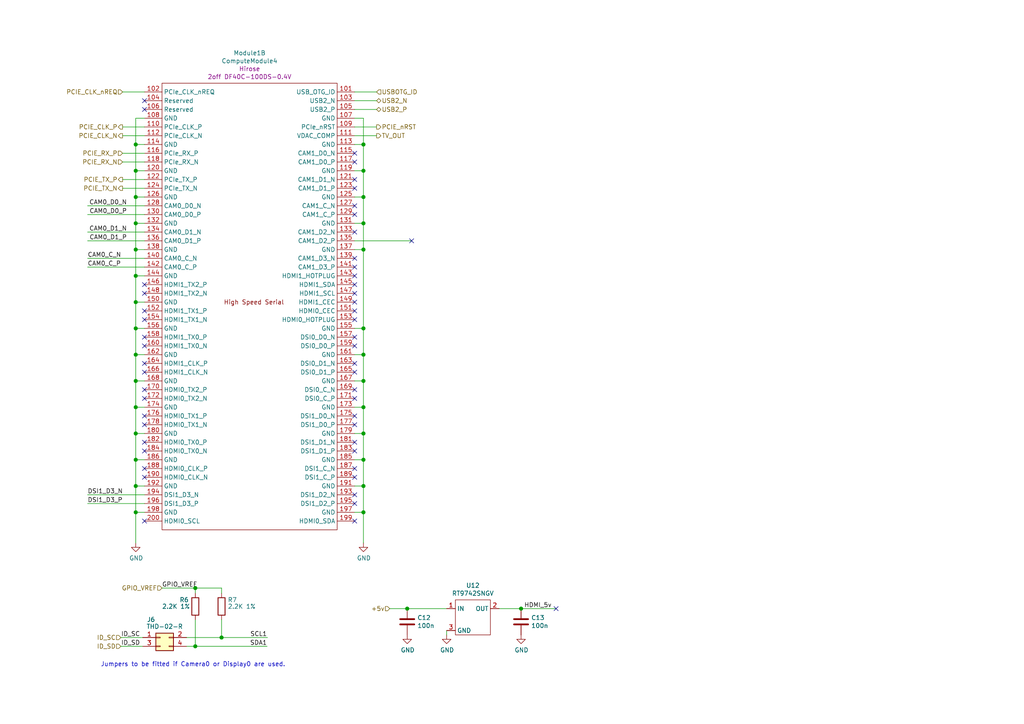
<source format=kicad_sch>
(kicad_sch
	(version 20231120)
	(generator "eeschema")
	(generator_version "8.0")
	(uuid "3aec5e23-e675-4bcf-9a9e-48cb59d51927")
	(paper "A4")
	(title_block
		(title "Compute Module 4 IO Board - CM4 - Highspeed")
		(rev "1")
		(company "© 2020-2022 Raspberry Pi Ltd (formerly Raspberry Pi (Trading) Ltd.)")
		(comment 1 "www.raspberrypi.com")
	)
	(lib_symbols
		(symbol "CM4IO:ComputeModule4-CM4"
			(exclude_from_sim no)
			(in_bom yes)
			(on_board yes)
			(property "Reference" "Module"
				(at 113.03 -68.58 0)
				(effects
					(font
						(size 1.27 1.27)
					)
				)
			)
			(property "Value" "ComputeModule4-CM4"
				(at 140.97 2.54 0)
				(effects
					(font
						(size 1.27 1.27)
					)
				)
			)
			(property "Footprint" "CM4IO:Raspberry-Pi-4-Compute-Module"
				(at 142.24 -26.67 0)
				(effects
					(font
						(size 1.27 1.27)
					)
					(hide yes)
				)
			)
			(property "Datasheet" ""
				(at 142.24 -26.67 0)
				(effects
					(font
						(size 1.27 1.27)
					)
					(hide yes)
				)
			)
			(property "Description" ""
				(at 0 0 0)
				(effects
					(font
						(size 1.27 1.27)
					)
					(hide yes)
				)
			)
			(property "Field4" "Hirose"
				(at 0 0 0)
				(effects
					(font
						(size 1.27 1.27)
					)
				)
			)
			(property "Field5" "2x DF40C-100DS-0.4V"
				(at 0 -2.54 0)
				(effects
					(font
						(size 1.27 1.27)
					)
				)
			)
			(property "ki_locked" ""
				(at 0 0 0)
				(effects
					(font
						(size 1.27 1.27)
					)
				)
			)
			(symbol "ComputeModule4-CM4_1_0"
				(text "GPIO"
					(at 0 6.35 0)
					(effects
						(font
							(size 1.27 1.27)
						)
					)
				)
			)
			(symbol "ComputeModule4-CM4_1_1"
				(rectangle
					(start -30.48 -71.12)
					(end 25.4 58.42)
					(stroke
						(width 0)
						(type default)
					)
					(fill
						(type none)
					)
				)
				(text "600mA Max"
					(at -8.89 -53.34 0)
					(effects
						(font
							(size 1.27 1.27)
						)
					)
				)
				(text "600mA Max"
					(at -8.89 -48.26 0)
					(effects
						(font
							(size 1.27 1.27)
						)
					)
				)
				(text "NB SD signals are only available"
					(at -1.27 -27.94 0)
					(effects
						(font
							(size 1.27 1.27)
						)
					)
				)
				(text "on modules without eMMC"
					(at -1.27 -30.48 0)
					(effects
						(font
							(size 1.27 1.27)
						)
					)
				)
				(pin power_in line
					(at 27.94 55.88 180)
					(length 2.54)
					(name "GND"
						(effects
							(font
								(size 1.27 1.27)
							)
						)
					)
					(number "1"
						(effects
							(font
								(size 1.27 1.27)
							)
						)
					)
				)
				(pin passive line
					(at -33.02 45.72 0)
					(length 2.54)
					(name "Ethernet_Pair0_N"
						(effects
							(font
								(size 1.27 1.27)
							)
						)
					)
					(number "10"
						(effects
							(font
								(size 1.27 1.27)
							)
						)
					)
				)
				(pin output line
					(at -33.02 -68.58 0)
					(length 2.54)
					(name "nEXTRST"
						(effects
							(font
								(size 1.27 1.27)
							)
						)
					)
					(number "100"
						(effects
							(font
								(size 1.27 1.27)
							)
						)
					)
				)
				(pin passive line
					(at 27.94 43.18 180)
					(length 2.54)
					(name "Ethernet_Pair2_P"
						(effects
							(font
								(size 1.27 1.27)
							)
						)
					)
					(number "11"
						(effects
							(font
								(size 1.27 1.27)
							)
						)
					)
				)
				(pin passive line
					(at -33.02 43.18 0)
					(length 2.54)
					(name "Ethernet_Pair0_P"
						(effects
							(font
								(size 1.27 1.27)
							)
						)
					)
					(number "12"
						(effects
							(font
								(size 1.27 1.27)
							)
						)
					)
				)
				(pin power_in line
					(at 27.94 40.64 180)
					(length 2.54)
					(name "GND"
						(effects
							(font
								(size 1.27 1.27)
							)
						)
					)
					(number "13"
						(effects
							(font
								(size 1.27 1.27)
							)
						)
					)
				)
				(pin power_in line
					(at -33.02 40.64 0)
					(length 2.54)
					(name "GND"
						(effects
							(font
								(size 1.27 1.27)
							)
						)
					)
					(number "14"
						(effects
							(font
								(size 1.27 1.27)
							)
						)
					)
				)
				(pin output line
					(at 27.94 38.1 180)
					(length 2.54)
					(name "Ethernet_nLED3(3.3v)"
						(effects
							(font
								(size 1.27 1.27)
							)
						)
					)
					(number "15"
						(effects
							(font
								(size 1.27 1.27)
							)
						)
					)
				)
				(pin input line
					(at -33.02 38.1 0)
					(length 2.54)
					(name "Ethernet_SYNC_IN(1.8v)"
						(effects
							(font
								(size 1.27 1.27)
							)
						)
					)
					(number "16"
						(effects
							(font
								(size 1.27 1.27)
							)
						)
					)
				)
				(pin output line
					(at 27.94 35.56 180)
					(length 2.54)
					(name "Ethernet_nLED2(3.3v)"
						(effects
							(font
								(size 1.27 1.27)
							)
						)
					)
					(number "17"
						(effects
							(font
								(size 1.27 1.27)
							)
						)
					)
				)
				(pin input line
					(at -33.02 35.56 0)
					(length 2.54)
					(name "Ethernet_SYNC_OUT(1.8v)"
						(effects
							(font
								(size 1.27 1.27)
							)
						)
					)
					(number "18"
						(effects
							(font
								(size 1.27 1.27)
							)
						)
					)
				)
				(pin output line
					(at 27.94 33.02 180)
					(length 2.54)
					(name "Ethernet_nLED1(3.3v)"
						(effects
							(font
								(size 1.27 1.27)
							)
						)
					)
					(number "19"
						(effects
							(font
								(size 1.27 1.27)
							)
						)
					)
				)
				(pin power_in line
					(at -33.02 55.88 0)
					(length 2.54)
					(name "GND"
						(effects
							(font
								(size 1.27 1.27)
							)
						)
					)
					(number "2"
						(effects
							(font
								(size 1.27 1.27)
							)
						)
					)
				)
				(pin passive line
					(at -33.02 33.02 0)
					(length 2.54)
					(name "EEPROM_nWP"
						(effects
							(font
								(size 1.27 1.27)
							)
						)
					)
					(number "20"
						(effects
							(font
								(size 1.27 1.27)
							)
						)
					)
				)
				(pin open_collector line
					(at 27.94 30.48 180)
					(length 2.54)
					(name "PI_nLED_Activity"
						(effects
							(font
								(size 1.27 1.27)
							)
						)
					)
					(number "21"
						(effects
							(font
								(size 1.27 1.27)
							)
						)
					)
				)
				(pin power_in line
					(at -33.02 30.48 0)
					(length 2.54)
					(name "GND"
						(effects
							(font
								(size 1.27 1.27)
							)
						)
					)
					(number "22"
						(effects
							(font
								(size 1.27 1.27)
							)
						)
					)
				)
				(pin power_in line
					(at 27.94 27.94 180)
					(length 2.54)
					(name "GND"
						(effects
							(font
								(size 1.27 1.27)
							)
						)
					)
					(number "23"
						(effects
							(font
								(size 1.27 1.27)
							)
						)
					)
				)
				(pin passive line
					(at -33.02 27.94 0)
					(length 2.54)
					(name "GPIO26"
						(effects
							(font
								(size 1.27 1.27)
							)
						)
					)
					(number "24"
						(effects
							(font
								(size 1.27 1.27)
							)
						)
					)
				)
				(pin passive line
					(at 27.94 25.4 180)
					(length 2.54)
					(name "GPIO21"
						(effects
							(font
								(size 1.27 1.27)
							)
						)
					)
					(number "25"
						(effects
							(font
								(size 1.27 1.27)
							)
						)
					)
				)
				(pin passive line
					(at -33.02 25.4 0)
					(length 2.54)
					(name "GPIO19"
						(effects
							(font
								(size 1.27 1.27)
							)
						)
					)
					(number "26"
						(effects
							(font
								(size 1.27 1.27)
							)
						)
					)
				)
				(pin passive line
					(at 27.94 22.86 180)
					(length 2.54)
					(name "GPIO20"
						(effects
							(font
								(size 1.27 1.27)
							)
						)
					)
					(number "27"
						(effects
							(font
								(size 1.27 1.27)
							)
						)
					)
				)
				(pin passive line
					(at -33.02 22.86 0)
					(length 2.54)
					(name "GPIO13"
						(effects
							(font
								(size 1.27 1.27)
							)
						)
					)
					(number "28"
						(effects
							(font
								(size 1.27 1.27)
							)
						)
					)
				)
				(pin passive line
					(at 27.94 20.32 180)
					(length 2.54)
					(name "GPIO16"
						(effects
							(font
								(size 1.27 1.27)
							)
						)
					)
					(number "29"
						(effects
							(font
								(size 1.27 1.27)
							)
						)
					)
				)
				(pin passive line
					(at 27.94 53.34 180)
					(length 2.54)
					(name "Ethernet_Pair3_P"
						(effects
							(font
								(size 1.27 1.27)
							)
						)
					)
					(number "3"
						(effects
							(font
								(size 1.27 1.27)
							)
						)
					)
				)
				(pin passive line
					(at -33.02 20.32 0)
					(length 2.54)
					(name "GPIO6"
						(effects
							(font
								(size 1.27 1.27)
							)
						)
					)
					(number "30"
						(effects
							(font
								(size 1.27 1.27)
							)
						)
					)
				)
				(pin passive line
					(at 27.94 17.78 180)
					(length 2.54)
					(name "GPIO12"
						(effects
							(font
								(size 1.27 1.27)
							)
						)
					)
					(number "31"
						(effects
							(font
								(size 1.27 1.27)
							)
						)
					)
				)
				(pin power_in line
					(at -33.02 17.78 0)
					(length 2.54)
					(name "GND"
						(effects
							(font
								(size 1.27 1.27)
							)
						)
					)
					(number "32"
						(effects
							(font
								(size 1.27 1.27)
							)
						)
					)
				)
				(pin power_in line
					(at 27.94 15.24 180)
					(length 2.54)
					(name "GND"
						(effects
							(font
								(size 1.27 1.27)
							)
						)
					)
					(number "33"
						(effects
							(font
								(size 1.27 1.27)
							)
						)
					)
				)
				(pin passive line
					(at -33.02 15.24 0)
					(length 2.54)
					(name "GPIO5"
						(effects
							(font
								(size 1.27 1.27)
							)
						)
					)
					(number "34"
						(effects
							(font
								(size 1.27 1.27)
							)
						)
					)
				)
				(pin passive line
					(at 27.94 12.7 180)
					(length 2.54)
					(name "ID_SC"
						(effects
							(font
								(size 1.27 1.27)
							)
						)
					)
					(number "35"
						(effects
							(font
								(size 1.27 1.27)
							)
						)
					)
				)
				(pin passive line
					(at -33.02 12.7 0)
					(length 2.54)
					(name "ID_SD"
						(effects
							(font
								(size 1.27 1.27)
							)
						)
					)
					(number "36"
						(effects
							(font
								(size 1.27 1.27)
							)
						)
					)
				)
				(pin passive line
					(at 27.94 10.16 180)
					(length 2.54)
					(name "GPIO7"
						(effects
							(font
								(size 1.27 1.27)
							)
						)
					)
					(number "37"
						(effects
							(font
								(size 1.27 1.27)
							)
						)
					)
				)
				(pin passive line
					(at -33.02 10.16 0)
					(length 2.54)
					(name "GPIO11"
						(effects
							(font
								(size 1.27 1.27)
							)
						)
					)
					(number "38"
						(effects
							(font
								(size 1.27 1.27)
							)
						)
					)
				)
				(pin passive line
					(at 27.94 7.62 180)
					(length 2.54)
					(name "GPIO8"
						(effects
							(font
								(size 1.27 1.27)
							)
						)
					)
					(number "39"
						(effects
							(font
								(size 1.27 1.27)
							)
						)
					)
				)
				(pin passive line
					(at -33.02 53.34 0)
					(length 2.54)
					(name "Ethernet_Pair1_P"
						(effects
							(font
								(size 1.27 1.27)
							)
						)
					)
					(number "4"
						(effects
							(font
								(size 1.27 1.27)
							)
						)
					)
				)
				(pin passive line
					(at -33.02 7.62 0)
					(length 2.54)
					(name "GPIO9"
						(effects
							(font
								(size 1.27 1.27)
							)
						)
					)
					(number "40"
						(effects
							(font
								(size 1.27 1.27)
							)
						)
					)
				)
				(pin passive line
					(at 27.94 5.08 180)
					(length 2.54)
					(name "GPIO25"
						(effects
							(font
								(size 1.27 1.27)
							)
						)
					)
					(number "41"
						(effects
							(font
								(size 1.27 1.27)
							)
						)
					)
				)
				(pin power_in line
					(at -33.02 5.08 0)
					(length 2.54)
					(name "GND"
						(effects
							(font
								(size 1.27 1.27)
							)
						)
					)
					(number "42"
						(effects
							(font
								(size 1.27 1.27)
							)
						)
					)
				)
				(pin power_in line
					(at 27.94 2.54 180)
					(length 2.54)
					(name "GND"
						(effects
							(font
								(size 1.27 1.27)
							)
						)
					)
					(number "43"
						(effects
							(font
								(size 1.27 1.27)
							)
						)
					)
				)
				(pin passive line
					(at -33.02 2.54 0)
					(length 2.54)
					(name "GPIO10"
						(effects
							(font
								(size 1.27 1.27)
							)
						)
					)
					(number "44"
						(effects
							(font
								(size 1.27 1.27)
							)
						)
					)
				)
				(pin passive line
					(at 27.94 0 180)
					(length 2.54)
					(name "GPIO24"
						(effects
							(font
								(size 1.27 1.27)
							)
						)
					)
					(number "45"
						(effects
							(font
								(size 1.27 1.27)
							)
						)
					)
				)
				(pin passive line
					(at -33.02 0 0)
					(length 2.54)
					(name "GPIO22"
						(effects
							(font
								(size 1.27 1.27)
							)
						)
					)
					(number "46"
						(effects
							(font
								(size 1.27 1.27)
							)
						)
					)
				)
				(pin passive line
					(at 27.94 -2.54 180)
					(length 2.54)
					(name "GPIO23"
						(effects
							(font
								(size 1.27 1.27)
							)
						)
					)
					(number "47"
						(effects
							(font
								(size 1.27 1.27)
							)
						)
					)
				)
				(pin passive line
					(at -33.02 -2.54 0)
					(length 2.54)
					(name "GPIO27"
						(effects
							(font
								(size 1.27 1.27)
							)
						)
					)
					(number "48"
						(effects
							(font
								(size 1.27 1.27)
							)
						)
					)
				)
				(pin passive line
					(at 27.94 -5.08 180)
					(length 2.54)
					(name "GPIO18"
						(effects
							(font
								(size 1.27 1.27)
							)
						)
					)
					(number "49"
						(effects
							(font
								(size 1.27 1.27)
							)
						)
					)
				)
				(pin passive line
					(at 27.94 50.8 180)
					(length 2.54)
					(name "Ethernet_Pair3_N"
						(effects
							(font
								(size 1.27 1.27)
							)
						)
					)
					(number "5"
						(effects
							(font
								(size 1.27 1.27)
							)
						)
					)
				)
				(pin passive line
					(at -33.02 -5.08 0)
					(length 2.54)
					(name "GPIO17"
						(effects
							(font
								(size 1.27 1.27)
							)
						)
					)
					(number "50"
						(effects
							(font
								(size 1.27 1.27)
							)
						)
					)
				)
				(pin passive line
					(at 27.94 -7.62 180)
					(length 2.54)
					(name "GPIO15"
						(effects
							(font
								(size 1.27 1.27)
							)
						)
					)
					(number "51"
						(effects
							(font
								(size 1.27 1.27)
							)
						)
					)
				)
				(pin power_in line
					(at -33.02 -7.62 0)
					(length 2.54)
					(name "GND"
						(effects
							(font
								(size 1.27 1.27)
							)
						)
					)
					(number "52"
						(effects
							(font
								(size 1.27 1.27)
							)
						)
					)
				)
				(pin power_in line
					(at 27.94 -10.16 180)
					(length 2.54)
					(name "GND"
						(effects
							(font
								(size 1.27 1.27)
							)
						)
					)
					(number "53"
						(effects
							(font
								(size 1.27 1.27)
							)
						)
					)
				)
				(pin passive line
					(at -33.02 -10.16 0)
					(length 2.54)
					(name "GPIO4"
						(effects
							(font
								(size 1.27 1.27)
							)
						)
					)
					(number "54"
						(effects
							(font
								(size 1.27 1.27)
							)
						)
					)
				)
				(pin passive line
					(at 27.94 -12.7 180)
					(length 2.54)
					(name "GPIO14"
						(effects
							(font
								(size 1.27 1.27)
							)
						)
					)
					(number "55"
						(effects
							(font
								(size 1.27 1.27)
							)
						)
					)
				)
				(pin passive line
					(at -33.02 -12.7 0)
					(length 2.54)
					(name "GPIO3"
						(effects
							(font
								(size 1.27 1.27)
							)
						)
					)
					(number "56"
						(effects
							(font
								(size 1.27 1.27)
							)
						)
					)
				)
				(pin passive line
					(at 27.94 -15.24 180)
					(length 2.54)
					(name "SD_CLK"
						(effects
							(font
								(size 1.27 1.27)
							)
						)
					)
					(number "57"
						(effects
							(font
								(size 1.27 1.27)
							)
						)
					)
				)
				(pin passive line
					(at -33.02 -15.24 0)
					(length 2.54)
					(name "GPIO2"
						(effects
							(font
								(size 1.27 1.27)
							)
						)
					)
					(number "58"
						(effects
							(font
								(size 1.27 1.27)
							)
						)
					)
				)
				(pin power_in line
					(at 27.94 -17.78 180)
					(length 2.54)
					(name "GND"
						(effects
							(font
								(size 1.27 1.27)
							)
						)
					)
					(number "59"
						(effects
							(font
								(size 1.27 1.27)
							)
						)
					)
				)
				(pin passive line
					(at -33.02 50.8 0)
					(length 2.54)
					(name "Ethernet_Pair1_N"
						(effects
							(font
								(size 1.27 1.27)
							)
						)
					)
					(number "6"
						(effects
							(font
								(size 1.27 1.27)
							)
						)
					)
				)
				(pin power_in line
					(at -33.02 -17.78 0)
					(length 2.54)
					(name "GND"
						(effects
							(font
								(size 1.27 1.27)
							)
						)
					)
					(number "60"
						(effects
							(font
								(size 1.27 1.27)
							)
						)
					)
				)
				(pin passive line
					(at 27.94 -20.32 180)
					(length 2.54)
					(name "SD_DAT3"
						(effects
							(font
								(size 1.27 1.27)
							)
						)
					)
					(number "61"
						(effects
							(font
								(size 1.27 1.27)
							)
						)
					)
				)
				(pin passive line
					(at -33.02 -20.32 0)
					(length 2.54)
					(name "SD_CMD"
						(effects
							(font
								(size 1.27 1.27)
							)
						)
					)
					(number "62"
						(effects
							(font
								(size 1.27 1.27)
							)
						)
					)
				)
				(pin passive line
					(at 27.94 -22.86 180)
					(length 2.54)
					(name "SD_DAT0"
						(effects
							(font
								(size 1.27 1.27)
							)
						)
					)
					(number "63"
						(effects
							(font
								(size 1.27 1.27)
							)
						)
					)
				)
				(pin passive line
					(at -33.02 -22.86 0)
					(length 2.54)
					(name "SD_DAT5"
						(effects
							(font
								(size 1.27 1.27)
							)
						)
					)
					(number "64"
						(effects
							(font
								(size 1.27 1.27)
							)
						)
					)
				)
				(pin power_in line
					(at 27.94 -25.4 180)
					(length 2.54)
					(name "GND"
						(effects
							(font
								(size 1.27 1.27)
							)
						)
					)
					(number "65"
						(effects
							(font
								(size 1.27 1.27)
							)
						)
					)
				)
				(pin power_in line
					(at -33.02 -25.4 0)
					(length 2.54)
					(name "GND"
						(effects
							(font
								(size 1.27 1.27)
							)
						)
					)
					(number "66"
						(effects
							(font
								(size 1.27 1.27)
							)
						)
					)
				)
				(pin passive line
					(at 27.94 -27.94 180)
					(length 2.54)
					(name "SD_DAT1"
						(effects
							(font
								(size 1.27 1.27)
							)
						)
					)
					(number "67"
						(effects
							(font
								(size 1.27 1.27)
							)
						)
					)
				)
				(pin passive line
					(at -33.02 -27.94 0)
					(length 2.54)
					(name "SD_DAT4"
						(effects
							(font
								(size 1.27 1.27)
							)
						)
					)
					(number "68"
						(effects
							(font
								(size 1.27 1.27)
							)
						)
					)
				)
				(pin passive line
					(at 27.94 -30.48 180)
					(length 2.54)
					(name "SD_DAT2"
						(effects
							(font
								(size 1.27 1.27)
							)
						)
					)
					(number "69"
						(effects
							(font
								(size 1.27 1.27)
							)
						)
					)
				)
				(pin power_in line
					(at 27.94 48.26 180)
					(length 2.54)
					(name "GND"
						(effects
							(font
								(size 1.27 1.27)
							)
						)
					)
					(number "7"
						(effects
							(font
								(size 1.27 1.27)
							)
						)
					)
				)
				(pin passive line
					(at -33.02 -30.48 0)
					(length 2.54)
					(name "SD_DAT7"
						(effects
							(font
								(size 1.27 1.27)
							)
						)
					)
					(number "70"
						(effects
							(font
								(size 1.27 1.27)
							)
						)
					)
				)
				(pin power_in line
					(at 27.94 -33.02 180)
					(length 2.54)
					(name "GND"
						(effects
							(font
								(size 1.27 1.27)
							)
						)
					)
					(number "71"
						(effects
							(font
								(size 1.27 1.27)
							)
						)
					)
				)
				(pin passive line
					(at -33.02 -33.02 0)
					(length 2.54)
					(name "SD_DAT6"
						(effects
							(font
								(size 1.27 1.27)
							)
						)
					)
					(number "72"
						(effects
							(font
								(size 1.27 1.27)
							)
						)
					)
				)
				(pin input line
					(at 27.94 -35.56 180)
					(length 2.54)
					(name "SD_VDD_Override"
						(effects
							(font
								(size 1.27 1.27)
							)
						)
					)
					(number "73"
						(effects
							(font
								(size 1.27 1.27)
							)
						)
					)
				)
				(pin power_in line
					(at -33.02 -35.56 0)
					(length 2.54)
					(name "GND"
						(effects
							(font
								(size 1.27 1.27)
							)
						)
					)
					(number "74"
						(effects
							(font
								(size 1.27 1.27)
							)
						)
					)
				)
				(pin output line
					(at 27.94 -38.1 180)
					(length 2.54)
					(name "SD_PWR_ON"
						(effects
							(font
								(size 1.27 1.27)
							)
						)
					)
					(number "75"
						(effects
							(font
								(size 1.27 1.27)
							)
						)
					)
				)
				(pin passive line
					(at -33.02 -38.1 0)
					(length 2.54)
					(name "Reserved"
						(effects
							(font
								(size 1.27 1.27)
							)
						)
					)
					(number "76"
						(effects
							(font
								(size 1.27 1.27)
							)
						)
					)
				)
				(pin power_in line
					(at 27.94 -40.64 180)
					(length 2.54)
					(name "+5v_(Input)"
						(effects
							(font
								(size 1.27 1.27)
							)
						)
					)
					(number "77"
						(effects
							(font
								(size 1.27 1.27)
							)
						)
					)
				)
				(pin power_in line
					(at -33.02 -40.64 0)
					(length 2.54)
					(name "GPIO_VREF(1.8v/3.3v_Input)"
						(effects
							(font
								(size 1.27 1.27)
							)
						)
					)
					(number "78"
						(effects
							(font
								(size 1.27 1.27)
							)
						)
					)
				)
				(pin power_in line
					(at 27.94 -43.18 180)
					(length 2.54)
					(name "+5v_(Input)"
						(effects
							(font
								(size 1.27 1.27)
							)
						)
					)
					(number "79"
						(effects
							(font
								(size 1.27 1.27)
							)
						)
					)
				)
				(pin power_in line
					(at -33.02 48.26 0)
					(length 2.54)
					(name "GND"
						(effects
							(font
								(size 1.27 1.27)
							)
						)
					)
					(number "8"
						(effects
							(font
								(size 1.27 1.27)
							)
						)
					)
				)
				(pin passive line
					(at -33.02 -43.18 0)
					(length 2.54)
					(name "SCL0"
						(effects
							(font
								(size 1.27 1.27)
							)
						)
					)
					(number "80"
						(effects
							(font
								(size 1.27 1.27)
							)
						)
					)
				)
				(pin power_in line
					(at 27.94 -45.72 180)
					(length 2.54)
					(name "+5v_(Input)"
						(effects
							(font
								(size 1.27 1.27)
							)
						)
					)
					(number "81"
						(effects
							(font
								(size 1.27 1.27)
							)
						)
					)
				)
				(pin passive line
					(at -33.02 -45.72 0)
					(length 2.54)
					(name "SDA0"
						(effects
							(font
								(size 1.27 1.27)
							)
						)
					)
					(number "82"
						(effects
							(font
								(size 1.27 1.27)
							)
						)
					)
				)
				(pin power_in line
					(at 27.94 -48.26 180)
					(length 2.54)
					(name "+5v_(Input)"
						(effects
							(font
								(size 1.27 1.27)
							)
						)
					)
					(number "83"
						(effects
							(font
								(size 1.27 1.27)
							)
						)
					)
				)
				(pin power_out line
					(at -33.02 -48.26 0)
					(length 2.54)
					(name "+3.3v_(Output)"
						(effects
							(font
								(size 1.27 1.27)
							)
						)
					)
					(number "84"
						(effects
							(font
								(size 1.27 1.27)
							)
						)
					)
				)
				(pin power_in line
					(at 27.94 -50.8 180)
					(length 2.54)
					(name "+5v_(Input)"
						(effects
							(font
								(size 1.27 1.27)
							)
						)
					)
					(number "85"
						(effects
							(font
								(size 1.27 1.27)
							)
						)
					)
				)
				(pin power_out line
					(at -33.02 -50.8 0)
					(length 2.54)
					(name "+3.3v_(Output)"
						(effects
							(font
								(size 1.27 1.27)
							)
						)
					)
					(number "86"
						(effects
							(font
								(size 1.27 1.27)
							)
						)
					)
				)
				(pin power_in line
					(at 27.94 -53.34 180)
					(length 2.54)
					(name "+5v_(Input)"
						(effects
							(font
								(size 1.27 1.27)
							)
						)
					)
					(number "87"
						(effects
							(font
								(size 1.27 1.27)
							)
						)
					)
				)
				(pin power_out line
					(at -33.02 -53.34 0)
					(length 2.54)
					(name "+1.8v_(Output)"
						(effects
							(font
								(size 1.27 1.27)
							)
						)
					)
					(number "88"
						(effects
							(font
								(size 1.27 1.27)
							)
						)
					)
				)
				(pin power_in line
					(at 27.94 -55.88 180)
					(length 2.54)
					(name "WiFi_nDisable"
						(effects
							(font
								(size 1.27 1.27)
							)
						)
					)
					(number "89"
						(effects
							(font
								(size 1.27 1.27)
							)
						)
					)
				)
				(pin passive line
					(at 27.94 45.72 180)
					(length 2.54)
					(name "Ethernet_Pair2_N"
						(effects
							(font
								(size 1.27 1.27)
							)
						)
					)
					(number "9"
						(effects
							(font
								(size 1.27 1.27)
							)
						)
					)
				)
				(pin power_out line
					(at -33.02 -55.88 0)
					(length 2.54)
					(name "+1.8v_(Output)"
						(effects
							(font
								(size 1.27 1.27)
							)
						)
					)
					(number "90"
						(effects
							(font
								(size 1.27 1.27)
							)
						)
					)
				)
				(pin power_in line
					(at 27.94 -58.42 180)
					(length 2.54)
					(name "BT_nDisable"
						(effects
							(font
								(size 1.27 1.27)
							)
						)
					)
					(number "91"
						(effects
							(font
								(size 1.27 1.27)
							)
						)
					)
				)
				(pin passive line
					(at -33.02 -58.42 0)
					(length 2.54)
					(name "RUN_PG"
						(effects
							(font
								(size 1.27 1.27)
							)
						)
					)
					(number "92"
						(effects
							(font
								(size 1.27 1.27)
							)
						)
					)
				)
				(pin input line
					(at 27.94 -60.96 180)
					(length 2.54)
					(name "nRPIBOOT"
						(effects
							(font
								(size 1.27 1.27)
							)
						)
					)
					(number "93"
						(effects
							(font
								(size 1.27 1.27)
							)
						)
					)
				)
				(pin passive line
					(at -33.02 -60.96 0)
					(length 2.54)
					(name "AnalogIP0"
						(effects
							(font
								(size 1.27 1.27)
							)
						)
					)
					(number "94"
						(effects
							(font
								(size 1.27 1.27)
							)
						)
					)
				)
				(pin output line
					(at 27.94 -63.5 180)
					(length 2.54)
					(name "nPI_LED_PWR"
						(effects
							(font
								(size 1.27 1.27)
							)
						)
					)
					(number "95"
						(effects
							(font
								(size 1.27 1.27)
							)
						)
					)
				)
				(pin passive line
					(at -33.02 -63.5 0)
					(length 2.54)
					(name "AnalogIP1"
						(effects
							(font
								(size 1.27 1.27)
							)
						)
					)
					(number "96"
						(effects
							(font
								(size 1.27 1.27)
							)
						)
					)
				)
				(pin passive line
					(at 27.94 -66.04 180)
					(length 2.54)
					(name "Camera_GPIO"
						(effects
							(font
								(size 1.27 1.27)
							)
						)
					)
					(number "97"
						(effects
							(font
								(size 1.27 1.27)
							)
						)
					)
				)
				(pin power_in line
					(at -33.02 -66.04 0)
					(length 2.54)
					(name "GND"
						(effects
							(font
								(size 1.27 1.27)
							)
						)
					)
					(number "98"
						(effects
							(font
								(size 1.27 1.27)
							)
						)
					)
				)
				(pin input line
					(at 27.94 -68.58 180)
					(length 2.54)
					(name "Global_EN"
						(effects
							(font
								(size 1.27 1.27)
							)
						)
					)
					(number "99"
						(effects
							(font
								(size 1.27 1.27)
							)
						)
					)
				)
			)
			(symbol "ComputeModule4-CM4_2_1"
				(rectangle
					(start 114.3 -66.04)
					(end 165.1 63.5)
					(stroke
						(width 0)
						(type default)
					)
					(fill
						(type none)
					)
				)
				(text "High Speed Serial"
					(at 140.97 0 0)
					(effects
						(font
							(size 1.27 1.27)
						)
					)
				)
				(pin input line
					(at 170.18 60.96 180)
					(length 5.08)
					(name "USB_OTG_ID"
						(effects
							(font
								(size 1.27 1.27)
							)
						)
					)
					(number "101"
						(effects
							(font
								(size 1.27 1.27)
							)
						)
					)
				)
				(pin input line
					(at 109.22 60.96 0)
					(length 5.08)
					(name "PCIe_CLK_nREQ"
						(effects
							(font
								(size 1.27 1.27)
							)
						)
					)
					(number "102"
						(effects
							(font
								(size 1.27 1.27)
							)
						)
					)
				)
				(pin passive line
					(at 170.18 58.42 180)
					(length 5.08)
					(name "USB2_N"
						(effects
							(font
								(size 1.27 1.27)
							)
						)
					)
					(number "103"
						(effects
							(font
								(size 1.27 1.27)
							)
						)
					)
				)
				(pin passive line
					(at 109.22 58.42 0)
					(length 5.08)
					(name "Reserved"
						(effects
							(font
								(size 1.27 1.27)
							)
						)
					)
					(number "104"
						(effects
							(font
								(size 1.27 1.27)
							)
						)
					)
				)
				(pin passive line
					(at 170.18 55.88 180)
					(length 5.08)
					(name "USB2_P"
						(effects
							(font
								(size 1.27 1.27)
							)
						)
					)
					(number "105"
						(effects
							(font
								(size 1.27 1.27)
							)
						)
					)
				)
				(pin passive line
					(at 109.22 55.88 0)
					(length 5.08)
					(name "Reserved"
						(effects
							(font
								(size 1.27 1.27)
							)
						)
					)
					(number "106"
						(effects
							(font
								(size 1.27 1.27)
							)
						)
					)
				)
				(pin power_in line
					(at 170.18 53.34 180)
					(length 5.08)
					(name "GND"
						(effects
							(font
								(size 1.27 1.27)
							)
						)
					)
					(number "107"
						(effects
							(font
								(size 1.27 1.27)
							)
						)
					)
				)
				(pin power_in line
					(at 109.22 53.34 0)
					(length 5.08)
					(name "GND"
						(effects
							(font
								(size 1.27 1.27)
							)
						)
					)
					(number "108"
						(effects
							(font
								(size 1.27 1.27)
							)
						)
					)
				)
				(pin bidirectional line
					(at 170.18 50.8 180)
					(length 5.08)
					(name "PCIe_nRST"
						(effects
							(font
								(size 1.27 1.27)
							)
						)
					)
					(number "109"
						(effects
							(font
								(size 1.27 1.27)
							)
						)
					)
				)
				(pin output line
					(at 109.22 50.8 0)
					(length 5.08)
					(name "PCIe_CLK_P"
						(effects
							(font
								(size 1.27 1.27)
							)
						)
					)
					(number "110"
						(effects
							(font
								(size 1.27 1.27)
							)
						)
					)
				)
				(pin passive line
					(at 170.18 48.26 180)
					(length 5.08)
					(name "VDAC_COMP"
						(effects
							(font
								(size 1.27 1.27)
							)
						)
					)
					(number "111"
						(effects
							(font
								(size 1.27 1.27)
							)
						)
					)
				)
				(pin output line
					(at 109.22 48.26 0)
					(length 5.08)
					(name "PCIe_CLK_N"
						(effects
							(font
								(size 1.27 1.27)
							)
						)
					)
					(number "112"
						(effects
							(font
								(size 1.27 1.27)
							)
						)
					)
				)
				(pin power_in line
					(at 170.18 45.72 180)
					(length 5.08)
					(name "GND"
						(effects
							(font
								(size 1.27 1.27)
							)
						)
					)
					(number "113"
						(effects
							(font
								(size 1.27 1.27)
							)
						)
					)
				)
				(pin power_in line
					(at 109.22 45.72 0)
					(length 5.08)
					(name "GND"
						(effects
							(font
								(size 1.27 1.27)
							)
						)
					)
					(number "114"
						(effects
							(font
								(size 1.27 1.27)
							)
						)
					)
				)
				(pin input line
					(at 170.18 43.18 180)
					(length 5.08)
					(name "CAM1_D0_N"
						(effects
							(font
								(size 1.27 1.27)
							)
						)
					)
					(number "115"
						(effects
							(font
								(size 1.27 1.27)
							)
						)
					)
				)
				(pin input line
					(at 109.22 43.18 0)
					(length 5.08)
					(name "PCIe_RX_P"
						(effects
							(font
								(size 1.27 1.27)
							)
						)
					)
					(number "116"
						(effects
							(font
								(size 1.27 1.27)
							)
						)
					)
				)
				(pin input line
					(at 170.18 40.64 180)
					(length 5.08)
					(name "CAM1_D0_P"
						(effects
							(font
								(size 1.27 1.27)
							)
						)
					)
					(number "117"
						(effects
							(font
								(size 1.27 1.27)
							)
						)
					)
				)
				(pin input line
					(at 109.22 40.64 0)
					(length 5.08)
					(name "PCIe_RX_N"
						(effects
							(font
								(size 1.27 1.27)
							)
						)
					)
					(number "118"
						(effects
							(font
								(size 1.27 1.27)
							)
						)
					)
				)
				(pin power_in line
					(at 170.18 38.1 180)
					(length 5.08)
					(name "GND"
						(effects
							(font
								(size 1.27 1.27)
							)
						)
					)
					(number "119"
						(effects
							(font
								(size 1.27 1.27)
							)
						)
					)
				)
				(pin power_in line
					(at 109.22 38.1 0)
					(length 5.08)
					(name "GND"
						(effects
							(font
								(size 1.27 1.27)
							)
						)
					)
					(number "120"
						(effects
							(font
								(size 1.27 1.27)
							)
						)
					)
				)
				(pin input line
					(at 170.18 35.56 180)
					(length 5.08)
					(name "CAM1_D1_N"
						(effects
							(font
								(size 1.27 1.27)
							)
						)
					)
					(number "121"
						(effects
							(font
								(size 1.27 1.27)
							)
						)
					)
				)
				(pin output line
					(at 109.22 35.56 0)
					(length 5.08)
					(name "PCIe_TX_P"
						(effects
							(font
								(size 1.27 1.27)
							)
						)
					)
					(number "122"
						(effects
							(font
								(size 1.27 1.27)
							)
						)
					)
				)
				(pin input line
					(at 170.18 33.02 180)
					(length 5.08)
					(name "CAM1_D1_P"
						(effects
							(font
								(size 1.27 1.27)
							)
						)
					)
					(number "123"
						(effects
							(font
								(size 1.27 1.27)
							)
						)
					)
				)
				(pin output line
					(at 109.22 33.02 0)
					(length 5.08)
					(name "PCIe_TX_N"
						(effects
							(font
								(size 1.27 1.27)
							)
						)
					)
					(number "124"
						(effects
							(font
								(size 1.27 1.27)
							)
						)
					)
				)
				(pin power_in line
					(at 170.18 30.48 180)
					(length 5.08)
					(name "GND"
						(effects
							(font
								(size 1.27 1.27)
							)
						)
					)
					(number "125"
						(effects
							(font
								(size 1.27 1.27)
							)
						)
					)
				)
				(pin power_in line
					(at 109.22 30.48 0)
					(length 5.08)
					(name "GND"
						(effects
							(font
								(size 1.27 1.27)
							)
						)
					)
					(number "126"
						(effects
							(font
								(size 1.27 1.27)
							)
						)
					)
				)
				(pin input line
					(at 170.18 27.94 180)
					(length 5.08)
					(name "CAM1_C_N"
						(effects
							(font
								(size 1.27 1.27)
							)
						)
					)
					(number "127"
						(effects
							(font
								(size 1.27 1.27)
							)
						)
					)
				)
				(pin input line
					(at 109.22 27.94 0)
					(length 5.08)
					(name "CAM0_D0_N"
						(effects
							(font
								(size 1.27 1.27)
							)
						)
					)
					(number "128"
						(effects
							(font
								(size 1.27 1.27)
							)
						)
					)
				)
				(pin input line
					(at 170.18 25.4 180)
					(length 5.08)
					(name "CAM1_C_P"
						(effects
							(font
								(size 1.27 1.27)
							)
						)
					)
					(number "129"
						(effects
							(font
								(size 1.27 1.27)
							)
						)
					)
				)
				(pin input line
					(at 109.22 25.4 0)
					(length 5.08)
					(name "CAM0_D0_P"
						(effects
							(font
								(size 1.27 1.27)
							)
						)
					)
					(number "130"
						(effects
							(font
								(size 1.27 1.27)
							)
						)
					)
				)
				(pin power_in line
					(at 170.18 22.86 180)
					(length 5.08)
					(name "GND"
						(effects
							(font
								(size 1.27 1.27)
							)
						)
					)
					(number "131"
						(effects
							(font
								(size 1.27 1.27)
							)
						)
					)
				)
				(pin power_in line
					(at 109.22 22.86 0)
					(length 5.08)
					(name "GND"
						(effects
							(font
								(size 1.27 1.27)
							)
						)
					)
					(number "132"
						(effects
							(font
								(size 1.27 1.27)
							)
						)
					)
				)
				(pin input line
					(at 170.18 20.32 180)
					(length 5.08)
					(name "CAM1_D2_N"
						(effects
							(font
								(size 1.27 1.27)
							)
						)
					)
					(number "133"
						(effects
							(font
								(size 1.27 1.27)
							)
						)
					)
				)
				(pin input line
					(at 109.22 20.32 0)
					(length 5.08)
					(name "CAM0_D1_N"
						(effects
							(font
								(size 1.27 1.27)
							)
						)
					)
					(number "134"
						(effects
							(font
								(size 1.27 1.27)
							)
						)
					)
				)
				(pin input line
					(at 170.18 17.78 180)
					(length 5.08)
					(name "CAM1_D2_P"
						(effects
							(font
								(size 1.27 1.27)
							)
						)
					)
					(number "135"
						(effects
							(font
								(size 1.27 1.27)
							)
						)
					)
				)
				(pin input line
					(at 109.22 17.78 0)
					(length 5.08)
					(name "CAM0_D1_P"
						(effects
							(font
								(size 1.27 1.27)
							)
						)
					)
					(number "136"
						(effects
							(font
								(size 1.27 1.27)
							)
						)
					)
				)
				(pin power_in line
					(at 170.18 15.24 180)
					(length 5.08)
					(name "GND"
						(effects
							(font
								(size 1.27 1.27)
							)
						)
					)
					(number "137"
						(effects
							(font
								(size 1.27 1.27)
							)
						)
					)
				)
				(pin power_in line
					(at 109.22 15.24 0)
					(length 5.08)
					(name "GND"
						(effects
							(font
								(size 1.27 1.27)
							)
						)
					)
					(number "138"
						(effects
							(font
								(size 1.27 1.27)
							)
						)
					)
				)
				(pin input line
					(at 170.18 12.7 180)
					(length 5.08)
					(name "CAM1_D3_N"
						(effects
							(font
								(size 1.27 1.27)
							)
						)
					)
					(number "139"
						(effects
							(font
								(size 1.27 1.27)
							)
						)
					)
				)
				(pin input line
					(at 109.22 12.7 0)
					(length 5.08)
					(name "CAM0_C_N"
						(effects
							(font
								(size 1.27 1.27)
							)
						)
					)
					(number "140"
						(effects
							(font
								(size 1.27 1.27)
							)
						)
					)
				)
				(pin input line
					(at 170.18 10.16 180)
					(length 5.08)
					(name "CAM1_D3_P"
						(effects
							(font
								(size 1.27 1.27)
							)
						)
					)
					(number "141"
						(effects
							(font
								(size 1.27 1.27)
							)
						)
					)
				)
				(pin input line
					(at 109.22 10.16 0)
					(length 5.08)
					(name "CAM0_C_P"
						(effects
							(font
								(size 1.27 1.27)
							)
						)
					)
					(number "142"
						(effects
							(font
								(size 1.27 1.27)
							)
						)
					)
				)
				(pin input line
					(at 170.18 7.62 180)
					(length 5.08)
					(name "HDMI1_HOTPLUG"
						(effects
							(font
								(size 1.27 1.27)
							)
						)
					)
					(number "143"
						(effects
							(font
								(size 1.27 1.27)
							)
						)
					)
				)
				(pin power_in line
					(at 109.22 7.62 0)
					(length 5.08)
					(name "GND"
						(effects
							(font
								(size 1.27 1.27)
							)
						)
					)
					(number "144"
						(effects
							(font
								(size 1.27 1.27)
							)
						)
					)
				)
				(pin bidirectional line
					(at 170.18 5.08 180)
					(length 5.08)
					(name "HDMI1_SDA"
						(effects
							(font
								(size 1.27 1.27)
							)
						)
					)
					(number "145"
						(effects
							(font
								(size 1.27 1.27)
							)
						)
					)
				)
				(pin output line
					(at 109.22 5.08 0)
					(length 5.08)
					(name "HDMI1_TX2_P"
						(effects
							(font
								(size 1.27 1.27)
							)
						)
					)
					(number "146"
						(effects
							(font
								(size 1.27 1.27)
							)
						)
					)
				)
				(pin open_collector line
					(at 170.18 2.54 180)
					(length 5.08)
					(name "HDMI1_SCL"
						(effects
							(font
								(size 1.27 1.27)
							)
						)
					)
					(number "147"
						(effects
							(font
								(size 1.27 1.27)
							)
						)
					)
				)
				(pin output line
					(at 109.22 2.54 0)
					(length 5.08)
					(name "HDMI1_TX2_N"
						(effects
							(font
								(size 1.27 1.27)
							)
						)
					)
					(number "148"
						(effects
							(font
								(size 1.27 1.27)
							)
						)
					)
				)
				(pin open_collector line
					(at 170.18 0 180)
					(length 5.08)
					(name "HDMI1_CEC"
						(effects
							(font
								(size 1.27 1.27)
							)
						)
					)
					(number "149"
						(effects
							(font
								(size 1.27 1.27)
							)
						)
					)
				)
				(pin power_in line
					(at 109.22 0 0)
					(length 5.08)
					(name "GND"
						(effects
							(font
								(size 1.27 1.27)
							)
						)
					)
					(number "150"
						(effects
							(font
								(size 1.27 1.27)
							)
						)
					)
				)
				(pin open_collector line
					(at 170.18 -2.54 180)
					(length 5.08)
					(name "HDMI0_CEC"
						(effects
							(font
								(size 1.27 1.27)
							)
						)
					)
					(number "151"
						(effects
							(font
								(size 1.27 1.27)
							)
						)
					)
				)
				(pin output line
					(at 109.22 -2.54 0)
					(length 5.08)
					(name "HDMI1_TX1_P"
						(effects
							(font
								(size 1.27 1.27)
							)
						)
					)
					(number "152"
						(effects
							(font
								(size 1.27 1.27)
							)
						)
					)
				)
				(pin input line
					(at 170.18 -5.08 180)
					(length 5.08)
					(name "HDMI0_HOTPLUG"
						(effects
							(font
								(size 1.27 1.27)
							)
						)
					)
					(number "153"
						(effects
							(font
								(size 1.27 1.27)
							)
						)
					)
				)
				(pin output line
					(at 109.22 -5.08 0)
					(length 5.08)
					(name "HDMI1_TX1_N"
						(effects
							(font
								(size 1.27 1.27)
							)
						)
					)
					(number "154"
						(effects
							(font
								(size 1.27 1.27)
							)
						)
					)
				)
				(pin power_in line
					(at 170.18 -7.62 180)
					(length 5.08)
					(name "GND"
						(effects
							(font
								(size 1.27 1.27)
							)
						)
					)
					(number "155"
						(effects
							(font
								(size 1.27 1.27)
							)
						)
					)
				)
				(pin power_in line
					(at 109.22 -7.62 0)
					(length 5.08)
					(name "GND"
						(effects
							(font
								(size 1.27 1.27)
							)
						)
					)
					(number "156"
						(effects
							(font
								(size 1.27 1.27)
							)
						)
					)
				)
				(pin output line
					(at 170.18 -10.16 180)
					(length 5.08)
					(name "DSI0_D0_N"
						(effects
							(font
								(size 1.27 1.27)
							)
						)
					)
					(number "157"
						(effects
							(font
								(size 1.27 1.27)
							)
						)
					)
				)
				(pin output line
					(at 109.22 -10.16 0)
					(length 5.08)
					(name "HDMI1_TX0_P"
						(effects
							(font
								(size 1.27 1.27)
							)
						)
					)
					(number "158"
						(effects
							(font
								(size 1.27 1.27)
							)
						)
					)
				)
				(pin output line
					(at 170.18 -12.7 180)
					(length 5.08)
					(name "DSI0_D0_P"
						(effects
							(font
								(size 1.27 1.27)
							)
						)
					)
					(number "159"
						(effects
							(font
								(size 1.27 1.27)
							)
						)
					)
				)
				(pin output line
					(at 109.22 -12.7 0)
					(length 5.08)
					(name "HDMI1_TX0_N"
						(effects
							(font
								(size 1.27 1.27)
							)
						)
					)
					(number "160"
						(effects
							(font
								(size 1.27 1.27)
							)
						)
					)
				)
				(pin power_in line
					(at 170.18 -15.24 180)
					(length 5.08)
					(name "GND"
						(effects
							(font
								(size 1.27 1.27)
							)
						)
					)
					(number "161"
						(effects
							(font
								(size 1.27 1.27)
							)
						)
					)
				)
				(pin power_in line
					(at 109.22 -15.24 0)
					(length 5.08)
					(name "GND"
						(effects
							(font
								(size 1.27 1.27)
							)
						)
					)
					(number "162"
						(effects
							(font
								(size 1.27 1.27)
							)
						)
					)
				)
				(pin output line
					(at 170.18 -17.78 180)
					(length 5.08)
					(name "DSI0_D1_N"
						(effects
							(font
								(size 1.27 1.27)
							)
						)
					)
					(number "163"
						(effects
							(font
								(size 1.27 1.27)
							)
						)
					)
				)
				(pin output line
					(at 109.22 -17.78 0)
					(length 5.08)
					(name "HDMI1_CLK_P"
						(effects
							(font
								(size 1.27 1.27)
							)
						)
					)
					(number "164"
						(effects
							(font
								(size 1.27 1.27)
							)
						)
					)
				)
				(pin output line
					(at 170.18 -20.32 180)
					(length 5.08)
					(name "DSI0_D1_P"
						(effects
							(font
								(size 1.27 1.27)
							)
						)
					)
					(number "165"
						(effects
							(font
								(size 1.27 1.27)
							)
						)
					)
				)
				(pin output line
					(at 109.22 -20.32 0)
					(length 5.08)
					(name "HDMI1_CLK_N"
						(effects
							(font
								(size 1.27 1.27)
							)
						)
					)
					(number "166"
						(effects
							(font
								(size 1.27 1.27)
							)
						)
					)
				)
				(pin power_in line
					(at 170.18 -22.86 180)
					(length 5.08)
					(name "GND"
						(effects
							(font
								(size 1.27 1.27)
							)
						)
					)
					(number "167"
						(effects
							(font
								(size 1.27 1.27)
							)
						)
					)
				)
				(pin power_in line
					(at 109.22 -22.86 0)
					(length 5.08)
					(name "GND"
						(effects
							(font
								(size 1.27 1.27)
							)
						)
					)
					(number "168"
						(effects
							(font
								(size 1.27 1.27)
							)
						)
					)
				)
				(pin output line
					(at 170.18 -25.4 180)
					(length 5.08)
					(name "DSI0_C_N"
						(effects
							(font
								(size 1.27 1.27)
							)
						)
					)
					(number "169"
						(effects
							(font
								(size 1.27 1.27)
							)
						)
					)
				)
				(pin output line
					(at 109.22 -25.4 0)
					(length 5.08)
					(name "HDMI0_TX2_P"
						(effects
							(font
								(size 1.27 1.27)
							)
						)
					)
					(number "170"
						(effects
							(font
								(size 1.27 1.27)
							)
						)
					)
				)
				(pin output line
					(at 170.18 -27.94 180)
					(length 5.08)
					(name "DSI0_C_P"
						(effects
							(font
								(size 1.27 1.27)
							)
						)
					)
					(number "171"
						(effects
							(font
								(size 1.27 1.27)
							)
						)
					)
				)
				(pin output line
					(at 109.22 -27.94 0)
					(length 5.08)
					(name "HDMI0_TX2_N"
						(effects
							(font
								(size 1.27 1.27)
							)
						)
					)
					(number "172"
						(effects
							(font
								(size 1.27 1.27)
							)
						)
					)
				)
				(pin power_in line
					(at 170.18 -30.48 180)
					(length 5.08)
					(name "GND"
						(effects
							(font
								(size 1.27 1.27)
							)
						)
					)
					(number "173"
						(effects
							(font
								(size 1.27 1.27)
							)
						)
					)
				)
				(pin power_in line
					(at 109.22 -30.48 0)
					(length 5.08)
					(name "GND"
						(effects
							(font
								(size 1.27 1.27)
							)
						)
					)
					(number "174"
						(effects
							(font
								(size 1.27 1.27)
							)
						)
					)
				)
				(pin output line
					(at 170.18 -33.02 180)
					(length 5.08)
					(name "DSI1_D0_N"
						(effects
							(font
								(size 1.27 1.27)
							)
						)
					)
					(number "175"
						(effects
							(font
								(size 1.27 1.27)
							)
						)
					)
				)
				(pin output line
					(at 109.22 -33.02 0)
					(length 5.08)
					(name "HDMI0_TX1_P"
						(effects
							(font
								(size 1.27 1.27)
							)
						)
					)
					(number "176"
						(effects
							(font
								(size 1.27 1.27)
							)
						)
					)
				)
				(pin output line
					(at 170.18 -35.56 180)
					(length 5.08)
					(name "DSI1_D0_P"
						(effects
							(font
								(size 1.27 1.27)
							)
						)
					)
					(number "177"
						(effects
							(font
								(size 1.27 1.27)
							)
						)
					)
				)
				(pin output line
					(at 109.22 -35.56 0)
					(length 5.08)
					(name "HDMI0_TX1_N"
						(effects
							(font
								(size 1.27 1.27)
							)
						)
					)
					(number "178"
						(effects
							(font
								(size 1.27 1.27)
							)
						)
					)
				)
				(pin power_in line
					(at 170.18 -38.1 180)
					(length 5.08)
					(name "GND"
						(effects
							(font
								(size 1.27 1.27)
							)
						)
					)
					(number "179"
						(effects
							(font
								(size 1.27 1.27)
							)
						)
					)
				)
				(pin power_in line
					(at 109.22 -38.1 0)
					(length 5.08)
					(name "GND"
						(effects
							(font
								(size 1.27 1.27)
							)
						)
					)
					(number "180"
						(effects
							(font
								(size 1.27 1.27)
							)
						)
					)
				)
				(pin output line
					(at 170.18 -40.64 180)
					(length 5.08)
					(name "DSI1_D1_N"
						(effects
							(font
								(size 1.27 1.27)
							)
						)
					)
					(number "181"
						(effects
							(font
								(size 1.27 1.27)
							)
						)
					)
				)
				(pin output line
					(at 109.22 -40.64 0)
					(length 5.08)
					(name "HDMI0_TX0_P"
						(effects
							(font
								(size 1.27 1.27)
							)
						)
					)
					(number "182"
						(effects
							(font
								(size 1.27 1.27)
							)
						)
					)
				)
				(pin output line
					(at 170.18 -43.18 180)
					(length 5.08)
					(name "DSI1_D1_P"
						(effects
							(font
								(size 1.27 1.27)
							)
						)
					)
					(number "183"
						(effects
							(font
								(size 1.27 1.27)
							)
						)
					)
				)
				(pin output line
					(at 109.22 -43.18 0)
					(length 5.08)
					(name "HDMI0_TX0_N"
						(effects
							(font
								(size 1.27 1.27)
							)
						)
					)
					(number "184"
						(effects
							(font
								(size 1.27 1.27)
							)
						)
					)
				)
				(pin power_in line
					(at 170.18 -45.72 180)
					(length 5.08)
					(name "GND"
						(effects
							(font
								(size 1.27 1.27)
							)
						)
					)
					(number "185"
						(effects
							(font
								(size 1.27 1.27)
							)
						)
					)
				)
				(pin power_in line
					(at 109.22 -45.72 0)
					(length 5.08)
					(name "GND"
						(effects
							(font
								(size 1.27 1.27)
							)
						)
					)
					(number "186"
						(effects
							(font
								(size 1.27 1.27)
							)
						)
					)
				)
				(pin output line
					(at 170.18 -48.26 180)
					(length 5.08)
					(name "DSI1_C_N"
						(effects
							(font
								(size 1.27 1.27)
							)
						)
					)
					(number "187"
						(effects
							(font
								(size 1.27 1.27)
							)
						)
					)
				)
				(pin output line
					(at 109.22 -48.26 0)
					(length 5.08)
					(name "HDMI0_CLK_P"
						(effects
							(font
								(size 1.27 1.27)
							)
						)
					)
					(number "188"
						(effects
							(font
								(size 1.27 1.27)
							)
						)
					)
				)
				(pin output line
					(at 170.18 -50.8 180)
					(length 5.08)
					(name "DSI1_C_P"
						(effects
							(font
								(size 1.27 1.27)
							)
						)
					)
					(number "189"
						(effects
							(font
								(size 1.27 1.27)
							)
						)
					)
				)
				(pin output line
					(at 109.22 -50.8 0)
					(length 5.08)
					(name "HDMI0_CLK_N"
						(effects
							(font
								(size 1.27 1.27)
							)
						)
					)
					(number "190"
						(effects
							(font
								(size 1.27 1.27)
							)
						)
					)
				)
				(pin power_in line
					(at 170.18 -53.34 180)
					(length 5.08)
					(name "GND"
						(effects
							(font
								(size 1.27 1.27)
							)
						)
					)
					(number "191"
						(effects
							(font
								(size 1.27 1.27)
							)
						)
					)
				)
				(pin power_in line
					(at 109.22 -53.34 0)
					(length 5.08)
					(name "GND"
						(effects
							(font
								(size 1.27 1.27)
							)
						)
					)
					(number "192"
						(effects
							(font
								(size 1.27 1.27)
							)
						)
					)
				)
				(pin output line
					(at 170.18 -55.88 180)
					(length 5.08)
					(name "DSI1_D2_N"
						(effects
							(font
								(size 1.27 1.27)
							)
						)
					)
					(number "193"
						(effects
							(font
								(size 1.27 1.27)
							)
						)
					)
				)
				(pin output line
					(at 109.22 -55.88 0)
					(length 5.08)
					(name "DSI1_D3_N"
						(effects
							(font
								(size 1.27 1.27)
							)
						)
					)
					(number "194"
						(effects
							(font
								(size 1.27 1.27)
							)
						)
					)
				)
				(pin output line
					(at 170.18 -58.42 180)
					(length 5.08)
					(name "DSI1_D2_P"
						(effects
							(font
								(size 1.27 1.27)
							)
						)
					)
					(number "195"
						(effects
							(font
								(size 1.27 1.27)
							)
						)
					)
				)
				(pin output line
					(at 109.22 -58.42 0)
					(length 5.08)
					(name "DSI1_D3_P"
						(effects
							(font
								(size 1.27 1.27)
							)
						)
					)
					(number "196"
						(effects
							(font
								(size 1.27 1.27)
							)
						)
					)
				)
				(pin power_in line
					(at 170.18 -60.96 180)
					(length 5.08)
					(name "GND"
						(effects
							(font
								(size 1.27 1.27)
							)
						)
					)
					(number "197"
						(effects
							(font
								(size 1.27 1.27)
							)
						)
					)
				)
				(pin power_in line
					(at 109.22 -60.96 0)
					(length 5.08)
					(name "GND"
						(effects
							(font
								(size 1.27 1.27)
							)
						)
					)
					(number "198"
						(effects
							(font
								(size 1.27 1.27)
							)
						)
					)
				)
				(pin bidirectional line
					(at 170.18 -63.5 180)
					(length 5.08)
					(name "HDMI0_SDA"
						(effects
							(font
								(size 1.27 1.27)
							)
						)
					)
					(number "199"
						(effects
							(font
								(size 1.27 1.27)
							)
						)
					)
				)
				(pin open_collector line
					(at 109.22 -63.5 0)
					(length 5.08)
					(name "HDMI0_SCL"
						(effects
							(font
								(size 1.27 1.27)
							)
						)
					)
					(number "200"
						(effects
							(font
								(size 1.27 1.27)
							)
						)
					)
				)
			)
		)
		(symbol "CM4IO:RT9742SNGV"
			(exclude_from_sim no)
			(in_bom yes)
			(on_board yes)
			(property "Reference" "U12"
				(at 2.54 10.541 0)
				(effects
					(font
						(size 1.27 1.27)
					)
				)
			)
			(property "Value" "RT9742SNGV"
				(at 2.54 8.2296 0)
				(effects
					(font
						(size 1.27 1.27)
					)
				)
			)
			(property "Footprint" "Package_TO_SOT_SMD:SOT-23"
				(at 0 0 0)
				(effects
					(font
						(size 1.27 1.27)
					)
					(hide yes)
				)
			)
			(property "Datasheet" "https://www.richtek.com/assets/product_file/RT9742/DS9742-09.pdf"
				(at 0 0 0)
				(effects
					(font
						(size 1.27 1.27)
					)
					(hide yes)
				)
			)
			(property "Description" ""
				(at 0 0 0)
				(effects
					(font
						(size 1.27 1.27)
					)
					(hide yes)
				)
			)
			(property "Field4" "Farnell"
				(at 0 0 0)
				(effects
					(font
						(size 1.27 1.27)
					)
					(hide yes)
				)
			)
			(property "Field5" "2575555"
				(at 0 0 0)
				(effects
					(font
						(size 1.27 1.27)
					)
					(hide yes)
				)
			)
			(property "Field6" "RT9742SNGV"
				(at 0 0 0)
				(effects
					(font
						(size 1.27 1.27)
					)
					(hide yes)
				)
			)
			(property "Field7" "RichTek"
				(at 0 0 0)
				(effects
					(font
						(size 1.27 1.27)
					)
					(hide yes)
				)
			)
			(property "Part Description" "Power Switch/Driver 1:1 N-Channel 500mA SOT-23-3"
				(at 0 0 0)
				(effects
					(font
						(size 1.27 1.27)
					)
					(hide yes)
				)
			)
			(property "Field8" "USWI00155"
				(at 0 0 0)
				(effects
					(font
						(size 1.27 1.27)
					)
					(hide yes)
				)
			)
			(symbol "RT9742SNGV_0_1"
				(rectangle
					(start -2.54 6.35)
					(end 7.62 -3.81)
					(stroke
						(width 0)
						(type default)
					)
					(fill
						(type none)
					)
				)
			)
			(symbol "RT9742SNGV_1_1"
				(pin power_in line
					(at -5.08 3.81 0)
					(length 2.54)
					(name "IN"
						(effects
							(font
								(size 1.27 1.27)
							)
						)
					)
					(number "1"
						(effects
							(font
								(size 1.27 1.27)
							)
						)
					)
				)
				(pin output line
					(at 10.16 3.81 180)
					(length 2.54)
					(name "OUT"
						(effects
							(font
								(size 1.27 1.27)
							)
						)
					)
					(number "2"
						(effects
							(font
								(size 1.27 1.27)
							)
						)
					)
				)
				(pin power_in line
					(at -5.08 -2.54 0)
					(length 2.54)
					(name "GND"
						(effects
							(font
								(size 1.27 1.27)
							)
						)
					)
					(number "3"
						(effects
							(font
								(size 1.27 1.27)
							)
						)
					)
				)
			)
		)
		(symbol "Connector_Generic:Conn_02x02_Odd_Even"
			(pin_names hide)
			(exclude_from_sim no)
			(in_bom yes)
			(on_board yes)
			(property "Reference" "J"
				(at 1.27 2.54 0)
				(effects
					(font
						(size 1.27 1.27)
					)
				)
			)
			(property "Value" "Conn_02x02_Odd_Even"
				(at 1.27 -5.08 0)
				(effects
					(font
						(size 1.27 1.27)
					)
				)
			)
			(property "Footprint" ""
				(at 0 0 0)
				(effects
					(font
						(size 1.27 1.27)
					)
					(hide yes)
				)
			)
			(property "Datasheet" "~"
				(at 0 0 0)
				(effects
					(font
						(size 1.27 1.27)
					)
					(hide yes)
				)
			)
			(property "Description" "Generic connector, double row, 02x02, odd/even pin numbering scheme (row 1 odd numbers, row 2 even numbers), script generated (kicad-library-utils/schlib/autogen/connector/)"
				(at 0 0 0)
				(effects
					(font
						(size 1.27 1.27)
					)
					(hide yes)
				)
			)
			(property "ki_keywords" "connector"
				(at 0 0 0)
				(effects
					(font
						(size 1.27 1.27)
					)
					(hide yes)
				)
			)
			(property "ki_fp_filters" "Connector*:*_2x??_*"
				(at 0 0 0)
				(effects
					(font
						(size 1.27 1.27)
					)
					(hide yes)
				)
			)
			(symbol "Conn_02x02_Odd_Even_1_1"
				(rectangle
					(start -1.27 -2.413)
					(end 0 -2.667)
					(stroke
						(width 0)
						(type default)
					)
					(fill
						(type none)
					)
				)
				(rectangle
					(start -1.27 0.127)
					(end 0 -0.127)
					(stroke
						(width 0)
						(type default)
					)
					(fill
						(type none)
					)
				)
				(rectangle
					(start -1.27 1.27)
					(end 3.81 -3.81)
					(stroke
						(width 0.254)
						(type default)
					)
					(fill
						(type background)
					)
				)
				(rectangle
					(start 3.81 -2.413)
					(end 2.54 -2.667)
					(stroke
						(width 0)
						(type default)
					)
					(fill
						(type none)
					)
				)
				(rectangle
					(start 3.81 0.127)
					(end 2.54 -0.127)
					(stroke
						(width 0)
						(type default)
					)
					(fill
						(type none)
					)
				)
				(pin passive line
					(at -5.08 0 0)
					(length 3.81)
					(name "Pin_1"
						(effects
							(font
								(size 1.27 1.27)
							)
						)
					)
					(number "1"
						(effects
							(font
								(size 1.27 1.27)
							)
						)
					)
				)
				(pin passive line
					(at 7.62 0 180)
					(length 3.81)
					(name "Pin_2"
						(effects
							(font
								(size 1.27 1.27)
							)
						)
					)
					(number "2"
						(effects
							(font
								(size 1.27 1.27)
							)
						)
					)
				)
				(pin passive line
					(at -5.08 -2.54 0)
					(length 3.81)
					(name "Pin_3"
						(effects
							(font
								(size 1.27 1.27)
							)
						)
					)
					(number "3"
						(effects
							(font
								(size 1.27 1.27)
							)
						)
					)
				)
				(pin passive line
					(at 7.62 -2.54 180)
					(length 3.81)
					(name "Pin_4"
						(effects
							(font
								(size 1.27 1.27)
							)
						)
					)
					(number "4"
						(effects
							(font
								(size 1.27 1.27)
							)
						)
					)
				)
			)
		)
		(symbol "Device:C"
			(pin_numbers hide)
			(pin_names
				(offset 0.254)
			)
			(exclude_from_sim no)
			(in_bom yes)
			(on_board yes)
			(property "Reference" "C"
				(at 0.635 2.54 0)
				(effects
					(font
						(size 1.27 1.27)
					)
					(justify left)
				)
			)
			(property "Value" "C"
				(at 0.635 -2.54 0)
				(effects
					(font
						(size 1.27 1.27)
					)
					(justify left)
				)
			)
			(property "Footprint" ""
				(at 0.9652 -3.81 0)
				(effects
					(font
						(size 1.27 1.27)
					)
					(hide yes)
				)
			)
			(property "Datasheet" "~"
				(at 0 0 0)
				(effects
					(font
						(size 1.27 1.27)
					)
					(hide yes)
				)
			)
			(property "Description" "Unpolarized capacitor"
				(at 0 0 0)
				(effects
					(font
						(size 1.27 1.27)
					)
					(hide yes)
				)
			)
			(property "ki_keywords" "cap capacitor"
				(at 0 0 0)
				(effects
					(font
						(size 1.27 1.27)
					)
					(hide yes)
				)
			)
			(property "ki_fp_filters" "C_*"
				(at 0 0 0)
				(effects
					(font
						(size 1.27 1.27)
					)
					(hide yes)
				)
			)
			(symbol "C_0_1"
				(polyline
					(pts
						(xy -2.032 -0.762) (xy 2.032 -0.762)
					)
					(stroke
						(width 0.508)
						(type default)
					)
					(fill
						(type none)
					)
				)
				(polyline
					(pts
						(xy -2.032 0.762) (xy 2.032 0.762)
					)
					(stroke
						(width 0.508)
						(type default)
					)
					(fill
						(type none)
					)
				)
			)
			(symbol "C_1_1"
				(pin passive line
					(at 0 3.81 270)
					(length 2.794)
					(name "~"
						(effects
							(font
								(size 1.27 1.27)
							)
						)
					)
					(number "1"
						(effects
							(font
								(size 1.27 1.27)
							)
						)
					)
				)
				(pin passive line
					(at 0 -3.81 90)
					(length 2.794)
					(name "~"
						(effects
							(font
								(size 1.27 1.27)
							)
						)
					)
					(number "2"
						(effects
							(font
								(size 1.27 1.27)
							)
						)
					)
				)
			)
		)
		(symbol "Device:R"
			(pin_numbers hide)
			(pin_names
				(offset 0)
			)
			(exclude_from_sim no)
			(in_bom yes)
			(on_board yes)
			(property "Reference" "R"
				(at 2.032 0 90)
				(effects
					(font
						(size 1.27 1.27)
					)
				)
			)
			(property "Value" "R"
				(at 0 0 90)
				(effects
					(font
						(size 1.27 1.27)
					)
				)
			)
			(property "Footprint" ""
				(at -1.778 0 90)
				(effects
					(font
						(size 1.27 1.27)
					)
					(hide yes)
				)
			)
			(property "Datasheet" "~"
				(at 0 0 0)
				(effects
					(font
						(size 1.27 1.27)
					)
					(hide yes)
				)
			)
			(property "Description" "Resistor"
				(at 0 0 0)
				(effects
					(font
						(size 1.27 1.27)
					)
					(hide yes)
				)
			)
			(property "ki_keywords" "R res resistor"
				(at 0 0 0)
				(effects
					(font
						(size 1.27 1.27)
					)
					(hide yes)
				)
			)
			(property "ki_fp_filters" "R_*"
				(at 0 0 0)
				(effects
					(font
						(size 1.27 1.27)
					)
					(hide yes)
				)
			)
			(symbol "R_0_1"
				(rectangle
					(start -1.016 -2.54)
					(end 1.016 2.54)
					(stroke
						(width 0.254)
						(type default)
					)
					(fill
						(type none)
					)
				)
			)
			(symbol "R_1_1"
				(pin passive line
					(at 0 3.81 270)
					(length 1.27)
					(name "~"
						(effects
							(font
								(size 1.27 1.27)
							)
						)
					)
					(number "1"
						(effects
							(font
								(size 1.27 1.27)
							)
						)
					)
				)
				(pin passive line
					(at 0 -3.81 90)
					(length 1.27)
					(name "~"
						(effects
							(font
								(size 1.27 1.27)
							)
						)
					)
					(number "2"
						(effects
							(font
								(size 1.27 1.27)
							)
						)
					)
				)
			)
		)
		(symbol "power:GND"
			(power)
			(pin_names
				(offset 0)
			)
			(exclude_from_sim no)
			(in_bom yes)
			(on_board yes)
			(property "Reference" "#PWR"
				(at 0 -6.35 0)
				(effects
					(font
						(size 1.27 1.27)
					)
					(hide yes)
				)
			)
			(property "Value" "GND"
				(at 0 -3.81 0)
				(effects
					(font
						(size 1.27 1.27)
					)
				)
			)
			(property "Footprint" ""
				(at 0 0 0)
				(effects
					(font
						(size 1.27 1.27)
					)
					(hide yes)
				)
			)
			(property "Datasheet" ""
				(at 0 0 0)
				(effects
					(font
						(size 1.27 1.27)
					)
					(hide yes)
				)
			)
			(property "Description" "Power symbol creates a global label with name \"GND\" , ground"
				(at 0 0 0)
				(effects
					(font
						(size 1.27 1.27)
					)
					(hide yes)
				)
			)
			(property "ki_keywords" "power-flag"
				(at 0 0 0)
				(effects
					(font
						(size 1.27 1.27)
					)
					(hide yes)
				)
			)
			(symbol "GND_0_1"
				(polyline
					(pts
						(xy 0 0) (xy 0 -1.27) (xy 1.27 -1.27) (xy 0 -2.54) (xy -1.27 -1.27) (xy 0 -1.27)
					)
					(stroke
						(width 0)
						(type default)
					)
					(fill
						(type none)
					)
				)
			)
			(symbol "GND_1_1"
				(pin power_in line
					(at 0 0 270)
					(length 0) hide
					(name "GND"
						(effects
							(font
								(size 1.27 1.27)
							)
						)
					)
					(number "1"
						(effects
							(font
								(size 1.27 1.27)
							)
						)
					)
				)
			)
		)
	)
	(junction
		(at 56.642 187.452)
		(diameter 1.016)
		(color 0 0 0 0)
		(uuid "07838c19-bdee-4759-9a7b-a62a5deb9737")
	)
	(junction
		(at 105.41 110.49)
		(diameter 1.016)
		(color 0 0 0 0)
		(uuid "08fae221-7b6f-4c57-be73-6210c6206091")
	)
	(junction
		(at 105.41 49.53)
		(diameter 1.016)
		(color 0 0 0 0)
		(uuid "18ee575f-d41e-4a26-ac0a-b229112d8877")
	)
	(junction
		(at 39.37 72.39)
		(diameter 1.016)
		(color 0 0 0 0)
		(uuid "1b8d5810-67b5-41f5-a4e9-e6c2cc9fec50")
	)
	(junction
		(at 105.41 140.97)
		(diameter 1.016)
		(color 0 0 0 0)
		(uuid "21a4e5f9-158c-4a1e-a6d3-12c826291e62")
	)
	(junction
		(at 39.37 57.15)
		(diameter 1.016)
		(color 0 0 0 0)
		(uuid "24fbbd33-4896-414c-ba79-167809dd0e90")
	)
	(junction
		(at 39.37 110.49)
		(diameter 1.016)
		(color 0 0 0 0)
		(uuid "2aa21f9e-73e7-40d1-a630-0290bc6939b1")
	)
	(junction
		(at 105.41 41.91)
		(diameter 1.016)
		(color 0 0 0 0)
		(uuid "2aabebab-10c6-4637-946b-cda31980f550")
	)
	(junction
		(at 39.37 49.53)
		(diameter 1.016)
		(color 0 0 0 0)
		(uuid "2be498d5-e7b2-4098-b853-d60412f65c3b")
	)
	(junction
		(at 105.41 57.15)
		(diameter 1.016)
		(color 0 0 0 0)
		(uuid "3381b763-2886-4e76-a243-cbcc2ec8a032")
	)
	(junction
		(at 105.41 133.35)
		(diameter 1.016)
		(color 0 0 0 0)
		(uuid "3b5147db-69cc-4871-96a7-79c3437a6213")
	)
	(junction
		(at 39.37 140.97)
		(diameter 1.016)
		(color 0 0 0 0)
		(uuid "4221b138-87b6-4073-a6e3-acb41ba2e601")
	)
	(junction
		(at 105.41 64.77)
		(diameter 1.016)
		(color 0 0 0 0)
		(uuid "4fe15866-5386-4410-a27b-4fc15182a4f3")
	)
	(junction
		(at 39.37 87.63)
		(diameter 1.016)
		(color 0 0 0 0)
		(uuid "504b138d-cda6-48ea-a44b-2c0d0cf874fc")
	)
	(junction
		(at 105.41 148.59)
		(diameter 1.016)
		(color 0 0 0 0)
		(uuid "646182ef-83d3-48ef-8f13-39bd3cf49786")
	)
	(junction
		(at 39.37 118.11)
		(diameter 1.016)
		(color 0 0 0 0)
		(uuid "7ca09fd4-d48a-436a-8dbe-2bf5119efecb")
	)
	(junction
		(at 56.642 170.561)
		(diameter 1.016)
		(color 0 0 0 0)
		(uuid "833beff7-0439-4b25-8f23-ed949f699ed1")
	)
	(junction
		(at 105.41 102.87)
		(diameter 1.016)
		(color 0 0 0 0)
		(uuid "8fa4f87a-9012-4f6f-a6c0-ec1c5f716184")
	)
	(junction
		(at 39.37 148.59)
		(diameter 1.016)
		(color 0 0 0 0)
		(uuid "965bc598-5f52-4615-847f-179635cd5cde")
	)
	(junction
		(at 105.41 118.11)
		(diameter 1.016)
		(color 0 0 0 0)
		(uuid "9ad54c14-6dd1-4741-ab11-80a0275cae72")
	)
	(junction
		(at 118.11 176.53)
		(diameter 1.016)
		(color 0 0 0 0)
		(uuid "9e39ed40-271f-40f8-b1c9-20b888c10512")
	)
	(junction
		(at 39.37 64.77)
		(diameter 1.016)
		(color 0 0 0 0)
		(uuid "a281de60-7af0-498c-be0b-24572e88b490")
	)
	(junction
		(at 64.262 184.912)
		(diameter 1.016)
		(color 0 0 0 0)
		(uuid "a6d1221a-1077-412d-8a73-7025f9b4ca20")
	)
	(junction
		(at 39.37 125.73)
		(diameter 1.016)
		(color 0 0 0 0)
		(uuid "aa565413-e7e1-4f3c-8a91-55e3e0a6e3ef")
	)
	(junction
		(at 39.37 133.35)
		(diameter 1.016)
		(color 0 0 0 0)
		(uuid "b78bfc8f-0469-4499-ad41-c131461c3c5d")
	)
	(junction
		(at 105.41 95.25)
		(diameter 1.016)
		(color 0 0 0 0)
		(uuid "b90997e2-4c7f-4479-862f-ab35dfea4f77")
	)
	(junction
		(at 39.37 41.91)
		(diameter 1.016)
		(color 0 0 0 0)
		(uuid "c2f8c49f-d49f-49e2-940a-a7b9765ffdf0")
	)
	(junction
		(at 105.41 72.39)
		(diameter 1.016)
		(color 0 0 0 0)
		(uuid "c6e8924b-3698-49bc-af6d-d7a327eada39")
	)
	(junction
		(at 39.37 80.01)
		(diameter 1.016)
		(color 0 0 0 0)
		(uuid "c9dc1467-f8a9-424e-ab40-9eace7cb7fbb")
	)
	(junction
		(at 39.37 102.87)
		(diameter 1.016)
		(color 0 0 0 0)
		(uuid "d52775ee-dd56-474f-8b5c-c66029880e5c")
	)
	(junction
		(at 39.37 95.25)
		(diameter 1.016)
		(color 0 0 0 0)
		(uuid "d90db84e-7df3-4d1b-b263-27f7c3991121")
	)
	(junction
		(at 105.41 125.73)
		(diameter 1.016)
		(color 0 0 0 0)
		(uuid "dc2e4d69-ab4d-4864-999d-7aa340dd63c7")
	)
	(junction
		(at 151.13 176.53)
		(diameter 1.016)
		(color 0 0 0 0)
		(uuid "fe0a8ab1-7b25-4d9a-9a3b-f8c5e10b289a")
	)
	(no_connect
		(at 102.87 85.09)
		(uuid "01787dad-e10a-41f9-ba76-038d2e8df694")
	)
	(no_connect
		(at 41.91 135.89)
		(uuid "061b237f-b931-408a-a5d8-0503161c31d0")
	)
	(no_connect
		(at 102.87 138.43)
		(uuid "0836cbf3-e095-4ef3-a2de-f69cdc211620")
	)
	(no_connect
		(at 41.91 92.71)
		(uuid "0b697803-2a58-4c1b-84e0-17598d9494de")
	)
	(no_connect
		(at 41.91 105.41)
		(uuid "14c2f818-e97e-4879-b01d-f1fd504a27d7")
	)
	(no_connect
		(at 41.91 100.33)
		(uuid "19724866-bd96-425d-973f-88faca8912a7")
	)
	(no_connect
		(at 102.87 90.17)
		(uuid "1ca56499-4f61-442b-a52b-0a51448514f6")
	)
	(no_connect
		(at 102.87 107.95)
		(uuid "33fa2e93-afaa-4e9b-98d4-ed25ae7cfb4e")
	)
	(no_connect
		(at 41.91 123.19)
		(uuid "3909ba39-1928-4992-9bdf-7d0575f8bb4b")
	)
	(no_connect
		(at 102.87 92.71)
		(uuid "3995b926-8124-42de-aaaa-139ac794dc56")
	)
	(no_connect
		(at 102.87 143.51)
		(uuid "42206fb5-e4bf-4382-9357-fc6293c69c47")
	)
	(no_connect
		(at 41.91 97.79)
		(uuid "4b5603f3-c322-41f9-b268-44ebb1d2890b")
	)
	(no_connect
		(at 102.87 87.63)
		(uuid "4ba90393-f2a1-4f96-96e2-d183ee1b5ef7")
	)
	(no_connect
		(at 102.87 105.41)
		(uuid "4be52672-786c-458a-b345-5f8a39a15064")
	)
	(no_connect
		(at 41.91 120.65)
		(uuid "4d2d1e68-dbef-48a4-96b5-c995203e6fb9")
	)
	(no_connect
		(at 41.91 82.55)
		(uuid "50780327-4850-41d8-b9b1-5db609adeb4b")
	)
	(no_connect
		(at 102.87 82.55)
		(uuid "566f86ed-403d-4dfb-af1a-45d7376bdaf4")
	)
	(no_connect
		(at 102.87 135.89)
		(uuid "58308773-4f42-425d-8720-9f08b1602247")
	)
	(no_connect
		(at 102.87 77.47)
		(uuid "5877f253-9541-4e7c-b1a1-90279417faaf")
	)
	(no_connect
		(at 41.91 31.75)
		(uuid "5a5b7060-983c-4989-878e-3126720e998d")
	)
	(no_connect
		(at 102.87 62.23)
		(uuid "5ae20071-fe38-46e8-894d-a4655ff340f0")
	)
	(no_connect
		(at 102.87 67.31)
		(uuid "5ef63f91-b737-4c53-a0d6-47f2de771824")
	)
	(no_connect
		(at 41.91 107.95)
		(uuid "6413d175-4c3c-4572-935c-1946949ae96a")
	)
	(no_connect
		(at 102.87 115.57)
		(uuid "6d6f941e-8bb5-4dd5-aace-2e00149f646e")
	)
	(no_connect
		(at 41.91 130.81)
		(uuid "7a10564d-9d33-4bb2-b192-e4da0091c4f9")
	)
	(no_connect
		(at 41.91 113.03)
		(uuid "7aafa32d-1d50-4c13-aa62-4b0dec166426")
	)
	(no_connect
		(at 102.87 80.01)
		(uuid "7e567e20-59b4-4786-9ce2-c19f999a0b63")
	)
	(no_connect
		(at 102.87 120.65)
		(uuid "834ae72b-b40d-460c-91b7-b09269fe1009")
	)
	(no_connect
		(at 102.87 128.27)
		(uuid "85f82c37-66f9-457c-9690-07ea3712ec21")
	)
	(no_connect
		(at 102.87 74.93)
		(uuid "86f97d02-f2de-4720-8289-04704d8ea2af")
	)
	(no_connect
		(at 102.87 59.69)
		(uuid "86f9c54a-7d74-4302-b3b9-4895dfb99c65")
	)
	(no_connect
		(at 41.91 115.57)
		(uuid "8b45d451-89ab-4bdf-bcbf-dd19db15ce1a")
	)
	(no_connect
		(at 102.87 146.05)
		(uuid "91269be5-915b-48e6-adf5-6ee98b92622b")
	)
	(no_connect
		(at 161.29 176.53)
		(uuid "921b5397-a126-4399-9f12-79ede9e4ad5e")
	)
	(no_connect
		(at 41.91 151.13)
		(uuid "92447d31-5975-4fe4-9e8f-fec5e9047039")
	)
	(no_connect
		(at 102.87 46.99)
		(uuid "9638f18d-e138-476a-a8cb-2913e9bdc9ba")
	)
	(no_connect
		(at 102.87 44.45)
		(uuid "9bdcbb75-e7f9-45b6-8182-8aa7e3e8a23c")
	)
	(no_connect
		(at 102.87 123.19)
		(uuid "ae1f50ec-018a-4987-b857-389528ed6de3")
	)
	(no_connect
		(at 41.91 90.17)
		(uuid "afe942f1-af8c-4ab4-896f-8ab8753e5c7e")
	)
	(no_connect
		(at 119.38 69.85)
		(uuid "bb9c5cf3-9c75-4268-814e-de4ec348f36a")
	)
	(no_connect
		(at 102.87 97.79)
		(uuid "c188c0aa-f56e-4df1-8f1d-55f60b43c108")
	)
	(no_connect
		(at 102.87 52.07)
		(uuid "c5a896e3-17c4-47f1-9a4d-7996a65aec72")
	)
	(no_connect
		(at 41.91 128.27)
		(uuid "c6240a80-3d77-4fe2-8959-2fac5a8d8416")
	)
	(no_connect
		(at 41.91 29.21)
		(uuid "ceb65f05-08ce-47e9-8a7e-aa1335099416")
	)
	(no_connect
		(at 102.87 54.61)
		(uuid "d46197a3-393a-4f53-8c90-e56efd4a35a4")
	)
	(no_connect
		(at 102.87 130.81)
		(uuid "d735ad52-ce68-4b20-9ccc-2bdbcdd35cb9")
	)
	(no_connect
		(at 102.87 151.13)
		(uuid "e1a4f229-e49e-46e3-9ffa-1ce007cd9879")
	)
	(no_connect
		(at 41.91 85.09)
		(uuid "e98a5b81-7fbc-424f-94e9-0ce3ebff2656")
	)
	(no_connect
		(at 41.91 138.43)
		(uuid "f3d060a3-fd63-440b-99d0-9a83bff8e6ab")
	)
	(no_connect
		(at 102.87 113.03)
		(uuid "f4cf71c3-72d5-4b9a-85e5-0df0a456e373")
	)
	(no_connect
		(at 102.87 100.33)
		(uuid "f50e74a5-b9f3-49e3-bc5f-6147a4860efd")
	)
	(wire
		(pts
			(xy 102.87 41.91) (xy 105.41 41.91)
		)
		(stroke
			(width 0)
			(type solid)
		)
		(uuid "00185541-0a55-4e62-91d8-99e7a7720d36")
	)
	(wire
		(pts
			(xy 35.052 184.912) (xy 41.402 184.912)
		)
		(stroke
			(width 0)
			(type solid)
		)
		(uuid "01106a52-6b7d-40fd-b165-c927be1f6a1d")
	)
	(wire
		(pts
			(xy 39.37 80.01) (xy 39.37 87.63)
		)
		(stroke
			(width 0)
			(type solid)
		)
		(uuid "04b78285-4974-4fa0-8f4e-46d399f5727c")
	)
	(wire
		(pts
			(xy 41.91 62.23) (xy 25.4 62.23)
		)
		(stroke
			(width 0)
			(type solid)
		)
		(uuid "06fb8a5e-69f3-44ca-bc88-4da9a1408625")
	)
	(wire
		(pts
			(xy 39.37 41.91) (xy 41.91 41.91)
		)
		(stroke
			(width 0)
			(type solid)
		)
		(uuid "082621c8-b51d-48fd-937c-afceb255b94e")
	)
	(wire
		(pts
			(xy 105.41 41.91) (xy 105.41 34.29)
		)
		(stroke
			(width 0)
			(type solid)
		)
		(uuid "09433d97-62ec-42de-89f2-7d0b68dc1b9d")
	)
	(wire
		(pts
			(xy 102.87 29.21) (xy 109.22 29.21)
		)
		(stroke
			(width 0)
			(type solid)
		)
		(uuid "10a7d7ef-d6be-484c-be36-2908e6c77393")
	)
	(wire
		(pts
			(xy 41.91 44.45) (xy 35.56 44.45)
		)
		(stroke
			(width 0)
			(type solid)
		)
		(uuid "1416f46f-efcf-4c99-81af-d39cf81f2652")
	)
	(wire
		(pts
			(xy 102.87 148.59) (xy 105.41 148.59)
		)
		(stroke
			(width 0)
			(type solid)
		)
		(uuid "198642f2-8db4-475b-ac24-9da65c994a3a")
	)
	(wire
		(pts
			(xy 64.262 179.705) (xy 64.262 184.912)
		)
		(stroke
			(width 0)
			(type solid)
		)
		(uuid "1db46316-f403-492b-8814-154fc43d62a8")
	)
	(wire
		(pts
			(xy 105.41 64.77) (xy 105.41 57.15)
		)
		(stroke
			(width 0)
			(type solid)
		)
		(uuid "1ebce183-d3ad-4022-b82e-9e0d8cd628db")
	)
	(wire
		(pts
			(xy 151.13 176.53) (xy 161.29 176.53)
		)
		(stroke
			(width 0)
			(type solid)
		)
		(uuid "22127bf3-28e1-4f2a-9132-0b2244d2149e")
	)
	(wire
		(pts
			(xy 129.54 182.88) (xy 129.54 184.15)
		)
		(stroke
			(width 0)
			(type solid)
		)
		(uuid "22591446-6d82-47ac-b525-9e9deb496c8c")
	)
	(wire
		(pts
			(xy 39.37 140.97) (xy 39.37 148.59)
		)
		(stroke
			(width 0)
			(type solid)
		)
		(uuid "2952439a-4d93-45a3-a998-2b2fce2c5fe9")
	)
	(wire
		(pts
			(xy 39.37 125.73) (xy 39.37 133.35)
		)
		(stroke
			(width 0)
			(type solid)
		)
		(uuid "296b967f-b7a9-453f-856a-7b874fdca3db")
	)
	(wire
		(pts
			(xy 39.37 102.87) (xy 41.91 102.87)
		)
		(stroke
			(width 0)
			(type solid)
		)
		(uuid "2c3d5c2f-c119-4276-9b7e-33808f1d9396")
	)
	(wire
		(pts
			(xy 35.56 54.61) (xy 41.91 54.61)
		)
		(stroke
			(width 0)
			(type solid)
		)
		(uuid "3785db90-bbe9-4018-bab6-3a4673f84f27")
	)
	(wire
		(pts
			(xy 35.052 187.452) (xy 41.402 187.452)
		)
		(stroke
			(width 0)
			(type solid)
		)
		(uuid "37e43d63-cb41-40f8-97c4-4ee588727924")
	)
	(wire
		(pts
			(xy 105.41 72.39) (xy 105.41 95.25)
		)
		(stroke
			(width 0)
			(type solid)
		)
		(uuid "3b9ce6b0-047c-4e71-81a7-b0a5c13aa4d2")
	)
	(wire
		(pts
			(xy 39.37 148.59) (xy 39.37 157.48)
		)
		(stroke
			(width 0)
			(type solid)
		)
		(uuid "3eff8f32-349a-4846-b484-abdc036c7174")
	)
	(wire
		(pts
			(xy 39.37 110.49) (xy 41.91 110.49)
		)
		(stroke
			(width 0)
			(type solid)
		)
		(uuid "41e442c4-3daa-4776-bd79-7990c939b354")
	)
	(wire
		(pts
			(xy 25.4 74.93) (xy 41.91 74.93)
		)
		(stroke
			(width 0)
			(type solid)
		)
		(uuid "42795956-f125-4166-860d-4316fe3791b8")
	)
	(wire
		(pts
			(xy 39.37 57.15) (xy 41.91 57.15)
		)
		(stroke
			(width 0)
			(type solid)
		)
		(uuid "430cb5a0-6865-46d0-be60-5d722d3e8d80")
	)
	(wire
		(pts
			(xy 39.37 87.63) (xy 41.91 87.63)
		)
		(stroke
			(width 0)
			(type solid)
		)
		(uuid "43758126-6174-43ff-b8a7-6d55ec68152a")
	)
	(wire
		(pts
			(xy 39.37 110.49) (xy 39.37 118.11)
		)
		(stroke
			(width 0)
			(type solid)
		)
		(uuid "46255620-16a2-4e81-9e4a-58dddcf89388")
	)
	(wire
		(pts
			(xy 41.91 148.59) (xy 39.37 148.59)
		)
		(stroke
			(width 0)
			(type solid)
		)
		(uuid "462f8e7e-09c6-4676-ba4f-fd07b2868aa8")
	)
	(wire
		(pts
			(xy 102.87 102.87) (xy 105.41 102.87)
		)
		(stroke
			(width 0)
			(type solid)
		)
		(uuid "469553b1-52fa-4564-9359-73b74ba8f58f")
	)
	(wire
		(pts
			(xy 35.56 52.07) (xy 41.91 52.07)
		)
		(stroke
			(width 0)
			(type solid)
		)
		(uuid "478afa34-e0e2-4584-885c-121c8a802996")
	)
	(wire
		(pts
			(xy 105.41 110.49) (xy 105.41 118.11)
		)
		(stroke
			(width 0)
			(type solid)
		)
		(uuid "49c3a7d7-9453-4986-bcff-387f274073df")
	)
	(wire
		(pts
			(xy 105.41 57.15) (xy 105.41 49.53)
		)
		(stroke
			(width 0)
			(type solid)
		)
		(uuid "4c77837f-2440-4b7b-8e7e-430f981c7c04")
	)
	(wire
		(pts
			(xy 39.37 133.35) (xy 39.37 140.97)
		)
		(stroke
			(width 0)
			(type solid)
		)
		(uuid "52da99c6-c348-4007-8828-51a963a2879f")
	)
	(wire
		(pts
			(xy 56.642 170.561) (xy 64.262 170.561)
		)
		(stroke
			(width 0)
			(type solid)
		)
		(uuid "532cb9ef-7fac-483b-aaf5-b83d764d0176")
	)
	(wire
		(pts
			(xy 105.41 49.53) (xy 105.41 41.91)
		)
		(stroke
			(width 0)
			(type solid)
		)
		(uuid "53548090-4b36-44b5-9ef5-2fa214b2fbf4")
	)
	(wire
		(pts
			(xy 41.91 69.85) (xy 25.4 69.85)
		)
		(stroke
			(width 0)
			(type solid)
		)
		(uuid "5f4676ff-2597-415d-a32e-98d53038f432")
	)
	(wire
		(pts
			(xy 39.37 95.25) (xy 39.37 102.87)
		)
		(stroke
			(width 0)
			(type solid)
		)
		(uuid "5fe5bd8d-5a86-4565-bd10-e08c6de9aa03")
	)
	(wire
		(pts
			(xy 102.87 133.35) (xy 105.41 133.35)
		)
		(stroke
			(width 0)
			(type solid)
		)
		(uuid "636332c5-387a-4243-bc33-7882b1adfdac")
	)
	(wire
		(pts
			(xy 56.642 187.452) (xy 77.47 187.452)
		)
		(stroke
			(width 0)
			(type solid)
		)
		(uuid "65f89bc6-cda1-4481-b360-d7547150b31e")
	)
	(wire
		(pts
			(xy 56.642 170.561) (xy 56.642 172.085)
		)
		(stroke
			(width 0)
			(type solid)
		)
		(uuid "666dc23c-d707-448f-841d-377a6e08a250")
	)
	(wire
		(pts
			(xy 35.56 36.83) (xy 41.91 36.83)
		)
		(stroke
			(width 0)
			(type solid)
		)
		(uuid "69cceaac-6f1b-4182-8e1c-91402953f92a")
	)
	(wire
		(pts
			(xy 39.37 49.53) (xy 39.37 57.15)
		)
		(stroke
			(width 0)
			(type solid)
		)
		(uuid "728dda43-38f9-4d13-b2a9-59e599c86d99")
	)
	(wire
		(pts
			(xy 102.87 118.11) (xy 105.41 118.11)
		)
		(stroke
			(width 0)
			(type solid)
		)
		(uuid "73fd78b9-9aa5-40d0-adab-1e5886c90dd7")
	)
	(wire
		(pts
			(xy 39.37 125.73) (xy 41.91 125.73)
		)
		(stroke
			(width 0)
			(type solid)
		)
		(uuid "7a25e2e8-d883-44ae-8207-1f946e50b1fa")
	)
	(wire
		(pts
			(xy 144.78 176.53) (xy 151.13 176.53)
		)
		(stroke
			(width 0)
			(type solid)
		)
		(uuid "826dab59-fbdd-42ab-9237-6c754170917b")
	)
	(wire
		(pts
			(xy 39.37 118.11) (xy 41.91 118.11)
		)
		(stroke
			(width 0)
			(type solid)
		)
		(uuid "83250ce3-cee5-48b2-8a3e-b1e7887d6a15")
	)
	(wire
		(pts
			(xy 102.87 57.15) (xy 105.41 57.15)
		)
		(stroke
			(width 0)
			(type solid)
		)
		(uuid "84daabe5-262d-44f3-8073-3a5eff98700f")
	)
	(wire
		(pts
			(xy 41.91 67.31) (xy 25.4 67.31)
		)
		(stroke
			(width 0)
			(type solid)
		)
		(uuid "84e64de5-2809-4251-a45b-2b46d2cc79df")
	)
	(wire
		(pts
			(xy 102.87 95.25) (xy 105.41 95.25)
		)
		(stroke
			(width 0)
			(type solid)
		)
		(uuid "8672a05d-b750-4ddd-a92d-4c58fddcdd4e")
	)
	(wire
		(pts
			(xy 39.37 95.25) (xy 41.91 95.25)
		)
		(stroke
			(width 0)
			(type solid)
		)
		(uuid "885a1129-9446-432d-8d93-f91d54873594")
	)
	(wire
		(pts
			(xy 64.262 170.561) (xy 64.262 172.085)
		)
		(stroke
			(width 0)
			(type solid)
		)
		(uuid "8a1a639a-559c-483d-9c99-1b2fafbdacf1")
	)
	(wire
		(pts
			(xy 39.37 64.77) (xy 39.37 72.39)
		)
		(stroke
			(width 0)
			(type solid)
		)
		(uuid "8d9ea4cf-1047-42af-bf72-13258f22d6ad")
	)
	(wire
		(pts
			(xy 102.87 110.49) (xy 105.41 110.49)
		)
		(stroke
			(width 0)
			(type solid)
		)
		(uuid "90f1070b-d0d3-4d94-9527-f4c1c7006642")
	)
	(wire
		(pts
			(xy 118.11 176.53) (xy 129.54 176.53)
		)
		(stroke
			(width 0)
			(type solid)
		)
		(uuid "922b14e9-e5b4-4506-8c7b-f653748d7f34")
	)
	(wire
		(pts
			(xy 105.41 34.29) (xy 102.87 34.29)
		)
		(stroke
			(width 0)
			(type solid)
		)
		(uuid "937928d4-4dfb-4f2f-91d0-697ec54ac283")
	)
	(wire
		(pts
			(xy 105.41 148.59) (xy 105.41 157.48)
		)
		(stroke
			(width 0)
			(type solid)
		)
		(uuid "96d488aa-4d20-4ba2-8d75-10df5865e575")
	)
	(wire
		(pts
			(xy 105.41 102.87) (xy 105.41 110.49)
		)
		(stroke
			(width 0)
			(type solid)
		)
		(uuid "9a334c2d-ea1e-4f9b-9563-937977728978")
	)
	(wire
		(pts
			(xy 39.37 118.11) (xy 39.37 125.73)
		)
		(stroke
			(width 0)
			(type solid)
		)
		(uuid "9cd1ba63-2087-4000-a5a9-797dad78d993")
	)
	(wire
		(pts
			(xy 41.91 59.69) (xy 25.4 59.69)
		)
		(stroke
			(width 0)
			(type solid)
		)
		(uuid "9ceeff0a-ae63-43da-8fd2-e3d57063537d")
	)
	(wire
		(pts
			(xy 35.56 26.67) (xy 41.91 26.67)
		)
		(stroke
			(width 0)
			(type solid)
		)
		(uuid "9fb044e3-00d4-4901-9cd7-c364c152358f")
	)
	(wire
		(pts
			(xy 102.87 69.85) (xy 119.38 69.85)
		)
		(stroke
			(width 0)
			(type solid)
		)
		(uuid "a0affae9-b1e8-4941-9e7e-2ad29ff3f86b")
	)
	(wire
		(pts
			(xy 39.37 57.15) (xy 39.37 64.77)
		)
		(stroke
			(width 0)
			(type solid)
		)
		(uuid "a1441258-3477-4706-8540-9e88ae0dac49")
	)
	(wire
		(pts
			(xy 105.41 133.35) (xy 105.41 140.97)
		)
		(stroke
			(width 0)
			(type solid)
		)
		(uuid "a3eaa329-1c23-49fc-9fb5-976de81b788e")
	)
	(wire
		(pts
			(xy 39.37 41.91) (xy 39.37 49.53)
		)
		(stroke
			(width 0)
			(type solid)
		)
		(uuid "a65cad0c-0ef1-4ea5-a965-4eae7ac1f6af")
	)
	(wire
		(pts
			(xy 105.41 125.73) (xy 105.41 133.35)
		)
		(stroke
			(width 0)
			(type solid)
		)
		(uuid "a9240eb1-cd96-4728-9dbf-17ea5e90b45d")
	)
	(wire
		(pts
			(xy 102.87 125.73) (xy 105.41 125.73)
		)
		(stroke
			(width 0)
			(type solid)
		)
		(uuid "a95b6208-cd25-486f-8a35-f7d7b1426174")
	)
	(wire
		(pts
			(xy 41.91 34.29) (xy 39.37 34.29)
		)
		(stroke
			(width 0)
			(type solid)
		)
		(uuid "ad8c2a20-27d0-4e2a-aabf-44a509bf342a")
	)
	(wire
		(pts
			(xy 39.37 87.63) (xy 39.37 95.25)
		)
		(stroke
			(width 0)
			(type solid)
		)
		(uuid "af5a6355-b37d-4130-98e5-c563dae6ea34")
	)
	(wire
		(pts
			(xy 102.87 64.77) (xy 105.41 64.77)
		)
		(stroke
			(width 0)
			(type solid)
		)
		(uuid "b034f82f-3ce9-4423-89ad-7ecf03d348d0")
	)
	(wire
		(pts
			(xy 54.102 184.912) (xy 64.262 184.912)
		)
		(stroke
			(width 0)
			(type solid)
		)
		(uuid "b09870ad-8985-4a1c-a7b1-3acb9a1b9282")
	)
	(wire
		(pts
			(xy 39.37 72.39) (xy 39.37 80.01)
		)
		(stroke
			(width 0)
			(type solid)
		)
		(uuid "b2de1057-44b4-4b1a-b3d7-c19d3cd25553")
	)
	(wire
		(pts
			(xy 56.642 179.705) (xy 56.642 187.452)
		)
		(stroke
			(width 0)
			(type solid)
		)
		(uuid "b37c8835-0989-48c9-97ba-c045f0d7107f")
	)
	(wire
		(pts
			(xy 102.87 140.97) (xy 105.41 140.97)
		)
		(stroke
			(width 0)
			(type solid)
		)
		(uuid "b4efa293-75b5-42d5-996c-b449774d5ba5")
	)
	(wire
		(pts
			(xy 102.87 31.75) (xy 109.22 31.75)
		)
		(stroke
			(width 0)
			(type solid)
		)
		(uuid "b540f997-cabb-4061-85a0-370b4e9dd03a")
	)
	(wire
		(pts
			(xy 39.37 102.87) (xy 39.37 110.49)
		)
		(stroke
			(width 0)
			(type solid)
		)
		(uuid "ba660766-df56-40bf-b584-d5d4ed6cb6fc")
	)
	(wire
		(pts
			(xy 46.99 170.561) (xy 56.642 170.561)
		)
		(stroke
			(width 0)
			(type solid)
		)
		(uuid "bbeadbd3-dc9d-4bb3-9f60-a643fa1fa7e6")
	)
	(wire
		(pts
			(xy 41.91 140.97) (xy 39.37 140.97)
		)
		(stroke
			(width 0)
			(type solid)
		)
		(uuid "bc007755-47dc-4b01-a9a3-8f34e8741895")
	)
	(wire
		(pts
			(xy 54.102 187.452) (xy 56.642 187.452)
		)
		(stroke
			(width 0)
			(type solid)
		)
		(uuid "c1518dae-2aaf-4360-9028-98a626546353")
	)
	(wire
		(pts
			(xy 41.91 46.99) (xy 35.56 46.99)
		)
		(stroke
			(width 0)
			(type solid)
		)
		(uuid "c2a5cbbc-a316-4826-81b8-a34d52b5eb58")
	)
	(wire
		(pts
			(xy 64.262 184.912) (xy 77.597 184.912)
		)
		(stroke
			(width 0)
			(type solid)
		)
		(uuid "c2d81a3b-9b02-4ddc-9c7b-c0e881678970")
	)
	(wire
		(pts
			(xy 39.37 72.39) (xy 41.91 72.39)
		)
		(stroke
			(width 0)
			(type solid)
		)
		(uuid "c3f6c24d-368b-47d2-9a0a-d716bb140344")
	)
	(wire
		(pts
			(xy 25.4 77.47) (xy 41.91 77.47)
		)
		(stroke
			(width 0)
			(type solid)
		)
		(uuid "c7699973-e377-4c8c-8edc-6474ca187ece")
	)
	(wire
		(pts
			(xy 102.87 72.39) (xy 105.41 72.39)
		)
		(stroke
			(width 0)
			(type solid)
		)
		(uuid "c837798c-83c8-4e02-b288-fa03714cab74")
	)
	(wire
		(pts
			(xy 113.03 176.53) (xy 118.11 176.53)
		)
		(stroke
			(width 0)
			(type solid)
		)
		(uuid "cb9ac0e7-73b9-4ed2-8689-9778cfd89978")
	)
	(wire
		(pts
			(xy 105.41 118.11) (xy 105.41 125.73)
		)
		(stroke
			(width 0)
			(type solid)
		)
		(uuid "d0f42cc3-e2d7-4f51-9d6f-0c2eaccb6ae7")
	)
	(wire
		(pts
			(xy 102.87 36.83) (xy 109.22 36.83)
		)
		(stroke
			(width 0)
			(type solid)
		)
		(uuid "d76ec66c-d0c1-4040-8259-8685c076073a")
	)
	(wire
		(pts
			(xy 25.4 146.05) (xy 41.91 146.05)
		)
		(stroke
			(width 0)
			(type solid)
		)
		(uuid "d7fccf28-3bfa-4b51-bf91-5d4755a0686e")
	)
	(wire
		(pts
			(xy 105.41 140.97) (xy 105.41 148.59)
		)
		(stroke
			(width 0)
			(type solid)
		)
		(uuid "d9cdb60a-ecfa-4866-ad81-ca393f637bae")
	)
	(wire
		(pts
			(xy 105.41 95.25) (xy 105.41 102.87)
		)
		(stroke
			(width 0)
			(type solid)
		)
		(uuid "ddc0999f-48c1-4a48-960f-30f430270283")
	)
	(wire
		(pts
			(xy 39.37 64.77) (xy 41.91 64.77)
		)
		(stroke
			(width 0)
			(type solid)
		)
		(uuid "e16a8ef9-72be-44ea-a34c-71d53d6ff2bf")
	)
	(wire
		(pts
			(xy 39.37 133.35) (xy 41.91 133.35)
		)
		(stroke
			(width 0)
			(type solid)
		)
		(uuid "e2743b78-cc59-458c-8fb0-4238f348a49f")
	)
	(wire
		(pts
			(xy 105.41 72.39) (xy 105.41 64.77)
		)
		(stroke
			(width 0)
			(type solid)
		)
		(uuid "e342f8d7-ca8a-47a5-a679-3c984454e9a5")
	)
	(wire
		(pts
			(xy 39.37 34.29) (xy 39.37 41.91)
		)
		(stroke
			(width 0)
			(type solid)
		)
		(uuid "e8e23712-f080-4685-ae22-9028780f7b13")
	)
	(wire
		(pts
			(xy 35.56 39.37) (xy 41.91 39.37)
		)
		(stroke
			(width 0)
			(type solid)
		)
		(uuid "e96432f3-c6ee-4cdc-892b-eb9f8e5ebd05")
	)
	(wire
		(pts
			(xy 39.37 80.01) (xy 41.91 80.01)
		)
		(stroke
			(width 0)
			(type solid)
		)
		(uuid "ecb190c3-7d33-4f9e-917d-98f2e006b7de")
	)
	(wire
		(pts
			(xy 39.37 49.53) (xy 41.91 49.53)
		)
		(stroke
			(width 0)
			(type solid)
		)
		(uuid "eef9a49b-90d1-4463-b2c5-af035d3ae9d7")
	)
	(wire
		(pts
			(xy 109.22 26.67) (xy 102.87 26.67)
		)
		(stroke
			(width 0)
			(type solid)
		)
		(uuid "f21d4058-0da2-4512-b5f5-f906032f560a")
	)
	(wire
		(pts
			(xy 25.4 143.51) (xy 41.91 143.51)
		)
		(stroke
			(width 0)
			(type solid)
		)
		(uuid "f22aae5d-f6eb-438b-9ba4-dcb7ba01f85f")
	)
	(wire
		(pts
			(xy 102.87 49.53) (xy 105.41 49.53)
		)
		(stroke
			(width 0)
			(type solid)
		)
		(uuid "f4cf6dc4-65fc-4b8e-a0d8-0a9074993d40")
	)
	(wire
		(pts
			(xy 102.87 39.37) (xy 109.22 39.37)
		)
		(stroke
			(width 0)
			(type solid)
		)
		(uuid "fb7b20d7-70ea-48e6-baf1-01a0d3c92377")
	)
	(text "Jumpers to be fitted if Camera0 or Display0 are used.\n"
		(exclude_from_sim no)
		(at 82.804 193.548 0)
		(effects
			(font
				(size 1.27 1.27)
			)
			(justify right bottom)
		)
		(uuid "9328bf5e-c997-4667-847d-cf51587a0583")
	)
	(label "SCL1"
		(at 77.47 184.912 180)
		(effects
			(font
				(size 1.27 1.27)
			)
			(justify right bottom)
		)
		(uuid "12eac6d1-24b8-4ea7-b275-251ba8bf5245")
	)
	(label "CAM0_D0_P"
		(at 36.83 62.23 180)
		(effects
			(font
				(size 1.27 1.27)
			)
			(justify right bottom)
		)
		(uuid "1e0743f9-25f1-4e27-8ba3-1bbc1755dc6c")
	)
	(label "GPIO_VREF"
		(at 46.99 170.561 0)
		(effects
			(font
				(size 1.27 1.27)
			)
			(justify left bottom)
		)
		(uuid "23d00a59-0b4c-4084-acf1-2d0e73667d5f")
	)
	(label "CAM0_C_P"
		(at 25.4 77.47 0)
		(effects
			(font
				(size 1.27 1.27)
			)
			(justify left bottom)
		)
		(uuid "26fd0d92-e1d7-4ec3-9cd1-0c12f182f0d8")
	)
	(label "CAM0_D1_P"
		(at 36.83 69.85 180)
		(effects
			(font
				(size 1.27 1.27)
			)
			(justify right bottom)
		)
		(uuid "2a6f1b1e-6809-43d7-b0c5-e4424e33d333")
	)
	(label "CAM0_D0_N"
		(at 36.83 59.69 180)
		(effects
			(font
				(size 1.27 1.27)
			)
			(justify right bottom)
		)
		(uuid "2f9c4e12-0101-4393-8a50-030440ea6a07")
	)
	(label "DSI1_D3_P"
		(at 25.4 146.05 0)
		(effects
			(font
				(size 1.27 1.27)
			)
			(justify left bottom)
		)
		(uuid "619e5559-5c6e-40cc-87da-be0d8df0f585")
	)
	(label "SDA1"
		(at 77.47 187.452 180)
		(effects
			(font
				(size 1.27 1.27)
			)
			(justify right bottom)
		)
		(uuid "8a118e01-ce68-4cb9-aa2c-69460d69aea9")
	)
	(label "HDMI_5v"
		(at 160.02 176.53 180)
		(effects
			(font
				(size 1.27 1.27)
			)
			(justify right bottom)
		)
		(uuid "93927c49-5ee1-4ac6-b668-9cc01dba8402")
	)
	(label "DSI1_D3_N"
		(at 25.4 143.51 0)
		(effects
			(font
				(size 1.27 1.27)
			)
			(justify left bottom)
		)
		(uuid "bdbfc897-0a76-4ef8-acff-58a8a30c7547")
	)
	(label "ID_SC"
		(at 40.64 184.912 180)
		(effects
			(font
				(size 1.27 1.27)
			)
			(justify right bottom)
		)
		(uuid "c261f2c7-400a-44c0-9c0a-e7dc7bbb3f90")
	)
	(label "CAM0_C_N"
		(at 25.4 74.93 0)
		(effects
			(font
				(size 1.27 1.27)
			)
			(justify left bottom)
		)
		(uuid "c95ae74a-ca90-4a39-aa68-19d5d2714b13")
	)
	(label "ID_SD"
		(at 40.64 187.452 180)
		(effects
			(font
				(size 1.27 1.27)
			)
			(justify right bottom)
		)
		(uuid "dbe20cc9-b99f-4e22-ad59-f96e667d1efa")
	)
	(label "CAM0_D1_N"
		(at 36.83 67.31 180)
		(effects
			(font
				(size 1.27 1.27)
			)
			(justify right bottom)
		)
		(uuid "ff579cc0-821d-40ca-8f3d-8708c2d87acb")
	)
	(hierarchical_label "PCIE_RX_P"
		(shape input)
		(at 35.56 44.45 180)
		(effects
			(font
				(size 1.27 1.27)
			)
			(justify right)
		)
		(uuid "17c7b03d-e4b9-4587-b2ce-0ee7a9d30575")
	)
	(hierarchical_label "TV_OUT"
		(shape output)
		(at 109.22 39.37 0)
		(effects
			(font
				(size 1.27 1.27)
			)
			(justify left)
		)
		(uuid "18406746-0f9d-4d88-9ef2-8423e08576f0")
	)
	(hierarchical_label "PCIE_CLK_N"
		(shape output)
		(at 35.56 39.37 180)
		(effects
			(font
				(size 1.27 1.27)
			)
			(justify right)
		)
		(uuid "2009ab3a-f4bf-4c63-a0fe-9d170c762787")
	)
	(hierarchical_label "PCIE_nRST"
		(shape output)
		(at 109.22 36.83 0)
		(effects
			(font
				(size 1.27 1.27)
			)
			(justify left)
		)
		(uuid "20ac7a70-5cb9-4418-b061-8e4ee8d36b79")
	)
	(hierarchical_label "ID_SC"
		(shape input)
		(at 35.052 184.912 180)
		(effects
			(font
				(size 1.27 1.27)
			)
			(justify right)
		)
		(uuid "2926e945-d9e3-4a4e-9b51-aad244dc04f4")
	)
	(hierarchical_label "PCIE_RX_N"
		(shape input)
		(at 35.56 46.99 180)
		(effects
			(font
				(size 1.27 1.27)
			)
			(justify right)
		)
		(uuid "381ea437-8589-413a-8d00-c27a465a3773")
	)
	(hierarchical_label "ID_SD"
		(shape input)
		(at 35.052 187.452 180)
		(effects
			(font
				(size 1.27 1.27)
			)
			(justify right)
		)
		(uuid "432045b0-7589-468b-8659-999ac30c51fa")
	)
	(hierarchical_label "PCIE_CLK_nREQ"
		(shape input)
		(at 35.56 26.67 180)
		(effects
			(font
				(size 1.27 1.27)
			)
			(justify right)
		)
		(uuid "4d290f63-844a-4f7b-8aec-c610c29b1e2f")
	)
	(hierarchical_label "GPIO_VREF"
		(shape input)
		(at 46.99 170.561 180)
		(effects
			(font
				(size 1.27 1.27)
			)
			(justify right)
		)
		(uuid "6f581e98-caac-4a3a-b0ed-76aab462e56a")
	)
	(hierarchical_label "USBOTG_ID"
		(shape input)
		(at 109.22 26.67 0)
		(effects
			(font
				(size 1.27 1.27)
			)
			(justify left)
		)
		(uuid "73b08644-febb-4c1e-9b8f-826cf4cd7348")
	)
	(hierarchical_label "USB2_P"
		(shape bidirectional)
		(at 109.22 31.75 0)
		(effects
			(font
				(size 1.27 1.27)
			)
			(justify left)
		)
		(uuid "d0823f78-79d3-470b-87e6-694e750395bc")
	)
	(hierarchical_label "PCIE_TX_N"
		(shape output)
		(at 35.56 54.61 180)
		(effects
			(font
				(size 1.27 1.27)
			)
			(justify right)
		)
		(uuid "dc50af72-15b3-4fb5-bf25-289e8b8f51f6")
	)
	(hierarchical_label "+5v"
		(shape input)
		(at 113.03 176.53 180)
		(effects
			(font
				(size 1.27 1.27)
			)
			(justify right)
		)
		(uuid "dfdaa22a-0489-48da-8a56-737e4c4366e1")
	)
	(hierarchical_label "PCIE_TX_P"
		(shape output)
		(at 35.56 52.07 180)
		(effects
			(font
				(size 1.27 1.27)
			)
			(justify right)
		)
		(uuid "e12ec3e8-0d5b-47b1-abb9-9b31a4bb451e")
	)
	(hierarchical_label "USB2_N"
		(shape bidirectional)
		(at 109.22 29.21 0)
		(effects
			(font
				(size 1.27 1.27)
			)
			(justify left)
		)
		(uuid "f47ba0cc-ecae-4aef-a30d-acee22ce59db")
	)
	(hierarchical_label "PCIE_CLK_P"
		(shape output)
		(at 35.56 36.83 180)
		(effects
			(font
				(size 1.27 1.27)
			)
			(justify right)
		)
		(uuid "fdd0a3ff-3d05-4dc5-8f2c-3aa967326c19")
	)
	(symbol
		(lib_id "power:GND")
		(at 105.41 157.48 0)
		(unit 1)
		(exclude_from_sim no)
		(in_bom yes)
		(on_board yes)
		(dnp no)
		(uuid "00000000-0000-0000-0000-00005d18172e")
		(property "Reference" "#PWR0130"
			(at 105.41 163.83 0)
			(effects
				(font
					(size 1.27 1.27)
				)
				(hide yes)
			)
		)
		(property "Value" "GND"
			(at 105.537 161.8742 0)
			(effects
				(font
					(size 1.27 1.27)
				)
			)
		)
		(property "Footprint" ""
			(at 105.41 157.48 0)
			(effects
				(font
					(size 1.27 1.27)
				)
				(hide yes)
			)
		)
		(property "Datasheet" ""
			(at 105.41 157.48 0)
			(effects
				(font
					(size 1.27 1.27)
				)
				(hide yes)
			)
		)
		(property "Description" ""
			(at 105.41 157.48 0)
			(effects
				(font
					(size 1.27 1.27)
				)
				(hide yes)
			)
		)
		(pin "1"
			(uuid "dbe6edc1-ee1c-41ad-b94e-6a468b80b874")
		)
		(instances
			(project ""
				(path "/e63e39d7-6ac0-4ffd-8aa3-1841a4541b55/00000000-0000-0000-0000-00005cff70b1"
					(reference "#PWR0130")
					(unit 1)
				)
			)
		)
	)
	(symbol
		(lib_id "power:GND")
		(at 39.37 157.48 0)
		(unit 1)
		(exclude_from_sim no)
		(in_bom yes)
		(on_board yes)
		(dnp no)
		(uuid "00000000-0000-0000-0000-00005d1874b1")
		(property "Reference" "#PWR0131"
			(at 39.37 163.83 0)
			(effects
				(font
					(size 1.27 1.27)
				)
				(hide yes)
			)
		)
		(property "Value" "GND"
			(at 39.497 161.8742 0)
			(effects
				(font
					(size 1.27 1.27)
				)
			)
		)
		(property "Footprint" ""
			(at 39.37 157.48 0)
			(effects
				(font
					(size 1.27 1.27)
				)
				(hide yes)
			)
		)
		(property "Datasheet" ""
			(at 39.37 157.48 0)
			(effects
				(font
					(size 1.27 1.27)
				)
				(hide yes)
			)
		)
		(property "Description" ""
			(at 39.37 157.48 0)
			(effects
				(font
					(size 1.27 1.27)
				)
				(hide yes)
			)
		)
		(pin "1"
			(uuid "20fac508-78eb-4aa5-add1-1566151feb66")
		)
		(instances
			(project ""
				(path "/e63e39d7-6ac0-4ffd-8aa3-1841a4541b55/00000000-0000-0000-0000-00005cff70b1"
					(reference "#PWR0131")
					(unit 1)
				)
			)
		)
	)
	(symbol
		(lib_id "Device:R")
		(at 56.642 175.895 0)
		(unit 1)
		(exclude_from_sim no)
		(in_bom yes)
		(on_board yes)
		(dnp no)
		(uuid "00000000-0000-0000-0000-00005d3423d2")
		(property "Reference" "R6"
			(at 52.07 173.99 0)
			(effects
				(font
					(size 1.27 1.27)
				)
				(justify left)
			)
		)
		(property "Value" "2.2K 1%"
			(at 46.99 175.895 0)
			(effects
				(font
					(size 1.27 1.27)
				)
				(justify left)
			)
		)
		(property "Footprint" "Resistor_SMD:R_0402_1005Metric"
			(at 54.864 175.895 90)
			(effects
				(font
					(size 1.27 1.27)
				)
				(hide yes)
			)
		)
		(property "Datasheet" "https://fscdn.rohm.com/en/products/databook/datasheet/passive/resistor/chip_resistor/mcr-e.pdf"
			(at 56.642 175.895 0)
			(effects
				(font
					(size 1.27 1.27)
				)
				(hide yes)
			)
		)
		(property "Description" ""
			(at 56.642 175.895 0)
			(effects
				(font
					(size 1.27 1.27)
				)
				(hide yes)
			)
		)
		(property "Field4" "Farnell"
			(at 56.642 175.895 0)
			(effects
				(font
					(size 1.27 1.27)
				)
				(hide yes)
			)
		)
		(property "Field5" "9239278"
			(at 56.642 175.895 0)
			(effects
				(font
					(size 1.27 1.27)
				)
				(hide yes)
			)
		)
		(property "Field7" "KOA EUROPE GMBH"
			(at 56.642 175.895 0)
			(effects
				(font
					(size 1.27 1.27)
				)
				(hide yes)
			)
		)
		(property "Field6" "RK73G1ETQTP2201D         "
			(at 56.642 175.895 0)
			(effects
				(font
					(size 1.27 1.27)
				)
				(hide yes)
			)
		)
		(property "Part Description" "Resistor 2.2K M1005 1% 63mW"
			(at 56.642 175.895 0)
			(effects
				(font
					(size 1.27 1.27)
				)
				(hide yes)
			)
		)
		(property "Field8" "120889581"
			(at 56.642 175.895 0)
			(effects
				(font
					(size 1.27 1.27)
				)
				(hide yes)
			)
		)
		(pin "1"
			(uuid "be6377f8-a401-401c-9bdf-6f9152f2a7bd")
		)
		(pin "2"
			(uuid "9feb2246-afac-4ea1-a19b-0b21b94e2662")
		)
		(instances
			(project ""
				(path "/e63e39d7-6ac0-4ffd-8aa3-1841a4541b55/00000000-0000-0000-0000-00005cff70b1"
					(reference "R6")
					(unit 1)
				)
			)
		)
	)
	(symbol
		(lib_id "Device:R")
		(at 64.262 175.895 0)
		(unit 1)
		(exclude_from_sim no)
		(in_bom yes)
		(on_board yes)
		(dnp no)
		(uuid "00000000-0000-0000-0000-00005d343651")
		(property "Reference" "R7"
			(at 66.04 173.99 0)
			(effects
				(font
					(size 1.27 1.27)
				)
				(justify left)
			)
		)
		(property "Value" "2.2K 1%"
			(at 66.04 175.895 0)
			(effects
				(font
					(size 1.27 1.27)
				)
				(justify left)
			)
		)
		(property "Footprint" "Resistor_SMD:R_0402_1005Metric"
			(at 62.484 175.895 90)
			(effects
				(font
					(size 1.27 1.27)
				)
				(hide yes)
			)
		)
		(property "Datasheet" "https://fscdn.rohm.com/en/products/databook/datasheet/passive/resistor/chip_resistor/mcr-e.pdf"
			(at 64.262 175.895 0)
			(effects
				(font
					(size 1.27 1.27)
				)
				(hide yes)
			)
		)
		(property "Description" ""
			(at 64.262 175.895 0)
			(effects
				(font
					(size 1.27 1.27)
				)
				(hide yes)
			)
		)
		(property "Field4" "Farnell"
			(at 64.262 175.895 0)
			(effects
				(font
					(size 1.27 1.27)
				)
				(hide yes)
			)
		)
		(property "Field5" "9239278"
			(at 64.262 175.895 0)
			(effects
				(font
					(size 1.27 1.27)
				)
				(hide yes)
			)
		)
		(property "Field7" "KOA EUROPE GMBH"
			(at 64.262 175.895 0)
			(effects
				(font
					(size 1.27 1.27)
				)
				(hide yes)
			)
		)
		(property "Field6" "RK73G1ETQTP2201D         "
			(at 64.262 175.895 0)
			(effects
				(font
					(size 1.27 1.27)
				)
				(hide yes)
			)
		)
		(property "Part Description" "Resistor 2.2K M1005 1% 63mW"
			(at 64.262 175.895 0)
			(effects
				(font
					(size 1.27 1.27)
				)
				(hide yes)
			)
		)
		(property "Field8" "120889581"
			(at 64.262 175.895 0)
			(effects
				(font
					(size 1.27 1.27)
				)
				(hide yes)
			)
		)
		(pin "1"
			(uuid "be52ce9f-4498-483f-a791-994a787b7224")
		)
		(pin "2"
			(uuid "16b71e23-859c-4e16-8af1-5d30a5c2b726")
		)
		(instances
			(project ""
				(path "/e63e39d7-6ac0-4ffd-8aa3-1841a4541b55/00000000-0000-0000-0000-00005cff70b1"
					(reference "R7")
					(unit 1)
				)
			)
		)
	)
	(symbol
		(lib_id "Device:C")
		(at 151.13 180.34 0)
		(unit 1)
		(exclude_from_sim no)
		(in_bom yes)
		(on_board yes)
		(dnp no)
		(uuid "00000000-0000-0000-0000-00005da83896")
		(property "Reference" "C13"
			(at 154.051 179.1716 0)
			(effects
				(font
					(size 1.27 1.27)
				)
				(justify left)
			)
		)
		(property "Value" "100n"
			(at 154.051 181.483 0)
			(effects
				(font
					(size 1.27 1.27)
				)
				(justify left)
			)
		)
		(property "Footprint" "Capacitor_SMD:C_0402_1005Metric"
			(at 152.0952 184.15 0)
			(effects
				(font
					(size 1.27 1.27)
				)
				(hide yes)
			)
		)
		(property "Datasheet" "https://search.murata.co.jp/Ceramy/image/img/A01X/G101/ENG/GRM155R71C104KA88-01.pdf"
			(at 151.13 180.34 0)
			(effects
				(font
					(size 1.27 1.27)
				)
				(hide yes)
			)
		)
		(property "Description" ""
			(at 151.13 180.34 0)
			(effects
				(font
					(size 1.27 1.27)
				)
				(hide yes)
			)
		)
		(property "Field4" "Farnell"
			(at 151.13 180.34 0)
			(effects
				(font
					(size 1.27 1.27)
				)
				(hide yes)
			)
		)
		(property "Field5" "2611911"
			(at 151.13 180.34 0)
			(effects
				(font
					(size 1.27 1.27)
				)
				(hide yes)
			)
		)
		(property "Field6" "RM EMK105 B7104KV-F"
			(at 151.13 180.34 0)
			(effects
				(font
					(size 1.27 1.27)
				)
				(hide yes)
			)
		)
		(property "Field7" "TAIYO YUDEN EUROPE GMBH"
			(at 151.13 180.34 0)
			(effects
				(font
					(size 1.27 1.27)
				)
				(hide yes)
			)
		)
		(property "Part Description" "	0.1uF 10% 16V Ceramic Capacitor X7R 0402 (1005 Metric)"
			(at 151.13 180.34 0)
			(effects
				(font
					(size 1.27 1.27)
				)
				(hide yes)
			)
		)
		(property "Field8" "110091611"
			(at 151.13 180.34 0)
			(effects
				(font
					(size 1.27 1.27)
				)
				(hide yes)
			)
		)
		(pin "1"
			(uuid "eba6f904-5352-4ca5-9d68-7095d5553d23")
		)
		(pin "2"
			(uuid "6995beeb-7854-4705-ae35-78174cb5e8c5")
		)
		(instances
			(project ""
				(path "/e63e39d7-6ac0-4ffd-8aa3-1841a4541b55/00000000-0000-0000-0000-00005cff70b1"
					(reference "C13")
					(unit 1)
				)
			)
		)
	)
	(symbol
		(lib_id "Device:C")
		(at 118.11 180.34 0)
		(unit 1)
		(exclude_from_sim no)
		(in_bom yes)
		(on_board yes)
		(dnp no)
		(uuid "00000000-0000-0000-0000-00005daa0732")
		(property "Reference" "C12"
			(at 121.031 179.1716 0)
			(effects
				(font
					(size 1.27 1.27)
				)
				(justify left)
			)
		)
		(property "Value" "100n"
			(at 121.031 181.483 0)
			(effects
				(font
					(size 1.27 1.27)
				)
				(justify left)
			)
		)
		(property "Footprint" "Capacitor_SMD:C_0402_1005Metric"
			(at 119.0752 184.15 0)
			(effects
				(font
					(size 1.27 1.27)
				)
				(hide yes)
			)
		)
		(property "Datasheet" "https://search.murata.co.jp/Ceramy/image/img/A01X/G101/ENG/GRM155R71C104KA88-01.pdf"
			(at 118.11 180.34 0)
			(effects
				(font
					(size 1.27 1.27)
				)
				(hide yes)
			)
		)
		(property "Description" ""
			(at 118.11 180.34 0)
			(effects
				(font
					(size 1.27 1.27)
				)
				(hide yes)
			)
		)
		(property "Field4" "Farnell"
			(at 118.11 180.34 0)
			(effects
				(font
					(size 1.27 1.27)
				)
				(hide yes)
			)
		)
		(property "Field5" "2611911"
			(at 118.11 180.34 0)
			(effects
				(font
					(size 1.27 1.27)
				)
				(hide yes)
			)
		)
		(property "Field6" "RM EMK105 B7104KV-F"
			(at 118.11 180.34 0)
			(effects
				(font
					(size 1.27 1.27)
				)
				(hide yes)
			)
		)
		(property "Field7" "TAIYO YUDEN EUROPE GMBH"
			(at 118.11 180.34 0)
			(effects
				(font
					(size 1.27 1.27)
				)
				(hide yes)
			)
		)
		(property "Part Description" "	0.1uF 10% 16V Ceramic Capacitor X7R 0402 (1005 Metric)"
			(at 118.11 180.34 0)
			(effects
				(font
					(size 1.27 1.27)
				)
				(hide yes)
			)
		)
		(property "Field8" "110091611"
			(at 118.11 180.34 0)
			(effects
				(font
					(size 1.27 1.27)
				)
				(hide yes)
			)
		)
		(pin "1"
			(uuid "7850e091-0fbf-4f7c-a328-cd019df441e0")
		)
		(pin "2"
			(uuid "191379e4-86ba-4bf3-8d2d-4cd5385d32c3")
		)
		(instances
			(project ""
				(path "/e63e39d7-6ac0-4ffd-8aa3-1841a4541b55/00000000-0000-0000-0000-00005cff70b1"
					(reference "C12")
					(unit 1)
				)
			)
		)
	)
	(symbol
		(lib_id "CM4IO:RT9742SNGV")
		(at 134.62 180.34 0)
		(unit 1)
		(exclude_from_sim no)
		(in_bom yes)
		(on_board yes)
		(dnp no)
		(uuid "00000000-0000-0000-0000-00005dad5ba8")
		(property "Reference" "U12"
			(at 137.16 169.799 0)
			(effects
				(font
					(size 1.27 1.27)
				)
			)
		)
		(property "Value" "RT9742SNGV"
			(at 137.16 172.1104 0)
			(effects
				(font
					(size 1.27 1.27)
				)
			)
		)
		(property "Footprint" "Package_TO_SOT_SMD:SOT-23"
			(at 134.62 180.34 0)
			(effects
				(font
					(size 1.27 1.27)
				)
				(hide yes)
			)
		)
		(property "Datasheet" "https://www.richtek.com/assets/product_file/RT9742/DS9742-09.pdf"
			(at 134.62 180.34 0)
			(effects
				(font
					(size 1.27 1.27)
				)
				(hide yes)
			)
		)
		(property "Description" ""
			(at 134.62 180.34 0)
			(effects
				(font
					(size 1.27 1.27)
				)
				(hide yes)
			)
		)
		(property "Field4" "Farnell"
			(at 134.62 180.34 0)
			(effects
				(font
					(size 1.27 1.27)
				)
				(hide yes)
			)
		)
		(property "Field5" "2575555"
			(at 134.62 180.34 0)
			(effects
				(font
					(size 1.27 1.27)
				)
				(hide yes)
			)
		)
		(property "Field6" "RT9742SNGV"
			(at 134.62 180.34 0)
			(effects
				(font
					(size 1.27 1.27)
				)
				(hide yes)
			)
		)
		(property "Field7" "RichTek"
			(at 134.62 180.34 0)
			(effects
				(font
					(size 1.27 1.27)
				)
				(hide yes)
			)
		)
		(property "Part Description" "Power Switch/Driver 1:1 N-Channel 500mA SOT-23-3"
			(at 134.62 180.34 0)
			(effects
				(font
					(size 1.27 1.27)
				)
				(hide yes)
			)
		)
		(property "Field8" "USWI00155"
			(at 134.62 180.34 0)
			(effects
				(font
					(size 1.27 1.27)
				)
				(hide yes)
			)
		)
		(pin "1"
			(uuid "2c8a20bd-e92e-46ff-b900-260ee00ab04b")
		)
		(pin "2"
			(uuid "3223d5c1-12ae-4383-9a3d-a77618f00732")
		)
		(pin "3"
			(uuid "4969850b-ae26-4ccb-823e-8fd7d1c082fe")
		)
		(instances
			(project ""
				(path "/e63e39d7-6ac0-4ffd-8aa3-1841a4541b55/00000000-0000-0000-0000-00005cff70b1"
					(reference "U12")
					(unit 1)
				)
			)
		)
	)
	(symbol
		(lib_id "power:GND")
		(at 151.13 184.15 0)
		(unit 1)
		(exclude_from_sim no)
		(in_bom yes)
		(on_board yes)
		(dnp no)
		(uuid "00000000-0000-0000-0000-00005db8426d")
		(property "Reference" "#PWR0136"
			(at 151.13 190.5 0)
			(effects
				(font
					(size 1.27 1.27)
				)
				(hide yes)
			)
		)
		(property "Value" "GND"
			(at 151.257 188.5442 0)
			(effects
				(font
					(size 1.27 1.27)
				)
			)
		)
		(property "Footprint" ""
			(at 151.13 184.15 0)
			(effects
				(font
					(size 1.27 1.27)
				)
				(hide yes)
			)
		)
		(property "Datasheet" ""
			(at 151.13 184.15 0)
			(effects
				(font
					(size 1.27 1.27)
				)
				(hide yes)
			)
		)
		(property "Description" ""
			(at 151.13 184.15 0)
			(effects
				(font
					(size 1.27 1.27)
				)
				(hide yes)
			)
		)
		(pin "1"
			(uuid "286a9e39-c26f-49c3-809f-c04839a4ac04")
		)
		(instances
			(project ""
				(path "/e63e39d7-6ac0-4ffd-8aa3-1841a4541b55/00000000-0000-0000-0000-00005cff70b1"
					(reference "#PWR0136")
					(unit 1)
				)
			)
		)
	)
	(symbol
		(lib_id "power:GND")
		(at 118.11 184.15 0)
		(unit 1)
		(exclude_from_sim no)
		(in_bom yes)
		(on_board yes)
		(dnp no)
		(uuid "00000000-0000-0000-0000-00005db9fe14")
		(property "Reference" "#PWR0137"
			(at 118.11 190.5 0)
			(effects
				(font
					(size 1.27 1.27)
				)
				(hide yes)
			)
		)
		(property "Value" "GND"
			(at 118.237 188.5442 0)
			(effects
				(font
					(size 1.27 1.27)
				)
			)
		)
		(property "Footprint" ""
			(at 118.11 184.15 0)
			(effects
				(font
					(size 1.27 1.27)
				)
				(hide yes)
			)
		)
		(property "Datasheet" ""
			(at 118.11 184.15 0)
			(effects
				(font
					(size 1.27 1.27)
				)
				(hide yes)
			)
		)
		(property "Description" ""
			(at 118.11 184.15 0)
			(effects
				(font
					(size 1.27 1.27)
				)
				(hide yes)
			)
		)
		(pin "1"
			(uuid "d92cfbfa-da4b-4f63-8ad6-7bb6977d4f44")
		)
		(instances
			(project ""
				(path "/e63e39d7-6ac0-4ffd-8aa3-1841a4541b55/00000000-0000-0000-0000-00005cff70b1"
					(reference "#PWR0137")
					(unit 1)
				)
			)
		)
	)
	(symbol
		(lib_id "power:GND")
		(at 129.54 184.15 0)
		(unit 1)
		(exclude_from_sim no)
		(in_bom yes)
		(on_board yes)
		(dnp no)
		(uuid "00000000-0000-0000-0000-00005dbbbebc")
		(property "Reference" "#PWR0138"
			(at 129.54 190.5 0)
			(effects
				(font
					(size 1.27 1.27)
				)
				(hide yes)
			)
		)
		(property "Value" "GND"
			(at 129.667 188.5442 0)
			(effects
				(font
					(size 1.27 1.27)
				)
			)
		)
		(property "Footprint" ""
			(at 129.54 184.15 0)
			(effects
				(font
					(size 1.27 1.27)
				)
				(hide yes)
			)
		)
		(property "Datasheet" ""
			(at 129.54 184.15 0)
			(effects
				(font
					(size 1.27 1.27)
				)
				(hide yes)
			)
		)
		(property "Description" ""
			(at 129.54 184.15 0)
			(effects
				(font
					(size 1.27 1.27)
				)
				(hide yes)
			)
		)
		(pin "1"
			(uuid "7b32ef33-8c7b-417f-9260-1a8773398f8f")
		)
		(instances
			(project ""
				(path "/e63e39d7-6ac0-4ffd-8aa3-1841a4541b55/00000000-0000-0000-0000-00005cff70b1"
					(reference "#PWR0138")
					(unit 1)
				)
			)
		)
	)
	(symbol
		(lib_id "CM4IO:ComputeModule4-CM4")
		(at -67.31 87.63 0)
		(unit 2)
		(exclude_from_sim no)
		(in_bom yes)
		(on_board yes)
		(dnp no)
		(uuid "00000000-0000-0000-0000-00005e471fb9")
		(property "Reference" "Module1"
			(at 72.39 15.367 0)
			(effects
				(font
					(size 1.27 1.27)
				)
			)
		)
		(property "Value" "ComputeModule4"
			(at 72.39 17.6784 0)
			(effects
				(font
					(size 1.27 1.27)
				)
			)
		)
		(property "Footprint" "CM4IO:Raspberry-Pi-4-Compute-Module"
			(at 74.93 114.3 0)
			(effects
				(font
					(size 1.27 1.27)
				)
				(hide yes)
			)
		)
		(property "Datasheet" ""
			(at 74.93 114.3 0)
			(effects
				(font
					(size 1.27 1.27)
				)
				(hide yes)
			)
		)
		(property "Description" ""
			(at -67.31 87.63 0)
			(effects
				(font
					(size 1.27 1.27)
				)
				(hide yes)
			)
		)
		(property "Field4" "Hirose"
			(at 72.39 19.9644 0)
			(effects
				(font
					(size 1.27 1.27)
				)
			)
		)
		(property "Field5" "2off DF40C-100DS-0.4V"
			(at 72.39 22.2758 0)
			(effects
				(font
					(size 1.27 1.27)
				)
			)
		)
		(property "Field6" "2off DF40C-100DS-0.4V"
			(at -67.31 87.63 0)
			(effects
				(font
					(size 1.27 1.27)
				)
				(hide yes)
			)
		)
		(property "Field7" "Hirose"
			(at -67.31 87.63 0)
			(effects
				(font
					(size 1.27 1.27)
				)
				(hide yes)
			)
		)
		(property "Part Description" "	100 Position Connector Receptacle, Center Strip Contacts Surface Mount Gold"
			(at -67.31 87.63 0)
			(effects
				(font
					(size 1.27 1.27)
				)
				(hide yes)
			)
		)
		(pin "1"
			(uuid "0675dcc2-87f4-4c32-b31f-ef8d39853bcd")
		)
		(pin "10"
			(uuid "65996d74-539e-4ea5-b177-5deb03aaf929")
		)
		(pin "100"
			(uuid "262140fb-e66f-4e3e-b66f-b2a7dc428982")
		)
		(pin "11"
			(uuid "164e05fa-b0b8-43da-bce0-b5e45466e3f9")
		)
		(pin "12"
			(uuid "b1f462e9-310e-4c6e-945f-09da12a4123f")
		)
		(pin "13"
			(uuid "d15498b1-7ce8-4e0e-9113-d2a4621ea65c")
		)
		(pin "14"
			(uuid "31f31440-fc46-4a7d-90f8-34e990c55a08")
		)
		(pin "15"
			(uuid "74b4b3b2-1b5d-401e-bca5-ab31c0e27018")
		)
		(pin "16"
			(uuid "a035841f-ad5f-4994-819b-780bee257a8b")
		)
		(pin "17"
			(uuid "547f77d4-f7f0-47d8-b200-e274aeaaf6bb")
		)
		(pin "18"
			(uuid "8de276d9-8adf-448a-b3a2-1cf6bd4e380d")
		)
		(pin "19"
			(uuid "2600054e-84b1-4b77-bed4-cbb6a1cef180")
		)
		(pin "2"
			(uuid "970b6edf-2ef2-48cd-8f21-a027ebaeb869")
		)
		(pin "20"
			(uuid "aea85cab-0147-409f-a569-7a5ba1d2dde2")
		)
		(pin "21"
			(uuid "321ffd40-778a-4bc6-a54b-1c2a9cefdfdd")
		)
		(pin "22"
			(uuid "04eb9daf-d21c-4944-b615-f11fad9a3f36")
		)
		(pin "23"
			(uuid "a8e8498f-282d-48e6-a020-dbd2de1c89ff")
		)
		(pin "24"
			(uuid "e60b3d7f-5c59-485e-95a6-7bc7c3466334")
		)
		(pin "25"
			(uuid "9f349037-05b8-49c9-b29e-b3ecef4c3612")
		)
		(pin "26"
			(uuid "031f4399-e272-41d3-a9b8-45f3b3dfb2c9")
		)
		(pin "27"
			(uuid "e9b83022-7e0d-4e4a-85d5-4b8c52d0c129")
		)
		(pin "28"
			(uuid "8b8c96bf-7cb1-4e36-9279-7cf189206352")
		)
		(pin "29"
			(uuid "1d1cb6ca-ced0-4113-8ece-273a794901e3")
		)
		(pin "3"
			(uuid "0c15c924-5a67-423a-8714-b557199e6ae4")
		)
		(pin "30"
			(uuid "27975d92-3f83-4ff4-88be-b71ee5050343")
		)
		(pin "31"
			(uuid "8f0f06f3-5045-4df2-a529-830c146b968d")
		)
		(pin "32"
			(uuid "6a5ff0df-e62b-4c5d-9967-4641c000a4ec")
		)
		(pin "33"
			(uuid "a130ce1e-60e6-45e7-bfd3-8864e3f3ccb4")
		)
		(pin "34"
			(uuid "24bd16b0-46d3-4a8c-8199-f5dabea3d00b")
		)
		(pin "35"
			(uuid "9bdd87ec-d779-4f7f-81b2-5637f55a0743")
		)
		(pin "36"
			(uuid "7dc449e0-870e-407b-ba09-9e8f43f8da2a")
		)
		(pin "37"
			(uuid "afbee71e-1502-4dda-9281-7547bc87b7f6")
		)
		(pin "38"
			(uuid "b360033e-ac9c-4027-ba53-67381d33da0f")
		)
		(pin "39"
			(uuid "1a2d4998-fe58-474f-94a7-fec4ffd23ade")
		)
		(pin "4"
			(uuid "665a5c2a-552f-4b66-a91d-72e0b931f57f")
		)
		(pin "40"
			(uuid "bcbba8bf-2656-4868-b46e-18391b3d2683")
		)
		(pin "41"
			(uuid "90b768a2-24c8-46d2-a93e-e295b72d62dd")
		)
		(pin "42"
			(uuid "968203a5-8d97-48e4-aaf7-5dded1dc7c7b")
		)
		(pin "43"
			(uuid "61354124-4d0d-47e5-a433-68d7bc11d8bb")
		)
		(pin "44"
			(uuid "b37edce5-1001-4353-b5b0-21c0e8750db6")
		)
		(pin "45"
			(uuid "06344cb9-1994-45f3-a710-37113d00e522")
		)
		(pin "46"
			(uuid "425ec743-4fd5-4ff1-8335-adf117d6ed71")
		)
		(pin "47"
			(uuid "d14c3d48-9de3-4b54-9952-8e7c5320234a")
		)
		(pin "48"
			(uuid "07faf091-250d-4d2e-afeb-ddfa1ac47cf1")
		)
		(pin "49"
			(uuid "d27b69af-f6cb-400b-91f0-293d202dcfea")
		)
		(pin "5"
			(uuid "187e4b7a-fe51-4adb-b04e-8871d839d7a5")
		)
		(pin "50"
			(uuid "0b3145d2-0917-4eb6-add1-2f6b84b25491")
		)
		(pin "51"
			(uuid "77802b16-b9e2-4918-8827-c5da15b25eb0")
		)
		(pin "52"
			(uuid "1310bd0e-3487-4337-8f5a-3a81d93440d6")
		)
		(pin "53"
			(uuid "8dae28c1-9413-4ff4-9744-eb0a2175f46f")
		)
		(pin "54"
			(uuid "e7e9c284-4891-49a4-a1ce-bb07302b311d")
		)
		(pin "55"
			(uuid "6f1af880-f15d-4782-aca7-87aa6b0615f2")
		)
		(pin "56"
			(uuid "0784038f-4d73-41b2-bce3-6a4f0bf54806")
		)
		(pin "57"
			(uuid "c6b98578-ee4d-4ac4-8691-e6b2268b8a26")
		)
		(pin "58"
			(uuid "7696fada-d0d9-4e7f-b672-7351e28e7e12")
		)
		(pin "59"
			(uuid "0ae903a4-bcf3-4237-8d56-ac58706f99da")
		)
		(pin "6"
			(uuid "02527d87-1549-40b4-becf-716936895c94")
		)
		(pin "60"
			(uuid "3e114a1f-4ba3-4697-a5fe-fadda4457e58")
		)
		(pin "61"
			(uuid "9f1033e6-f9fd-4826-b7e2-a6bc33af29d8")
		)
		(pin "62"
			(uuid "e309c781-0853-4635-a8c2-aae57f84cee7")
		)
		(pin "63"
			(uuid "2531e6f3-7b8e-4573-82c7-65b8b489ed2f")
		)
		(pin "64"
			(uuid "15753ae6-a32b-4a67-94f0-6cc592b81d18")
		)
		(pin "65"
			(uuid "19b7e0d5-6a3a-480f-b59e-0a8103e32a72")
		)
		(pin "66"
			(uuid "0c98b36d-8cea-48a0-95f2-926e5e3d7afe")
		)
		(pin "67"
			(uuid "da325808-9391-4b6b-ad51-0a1974724e53")
		)
		(pin "68"
			(uuid "8416b880-0c49-4fdd-8541-4fdcab9f45c9")
		)
		(pin "69"
			(uuid "fd241e08-1971-47f2-b7e2-8b11e149fdce")
		)
		(pin "7"
			(uuid "ce044a0b-09cf-4b35-8ee0-4df25026063c")
		)
		(pin "70"
			(uuid "0da46da1-e53c-4ec3-9c3f-c08ae01da878")
		)
		(pin "71"
			(uuid "6396d368-7d9b-4d98-9b1e-b70d89f6b018")
		)
		(pin "72"
			(uuid "e57d922b-ca31-491c-a40b-7222ef52acbc")
		)
		(pin "73"
			(uuid "7aa7634f-38a8-45c4-95f5-7bdd95f75458")
		)
		(pin "74"
			(uuid "15d098cc-cc2c-4eee-b98b-e046dcb5aa1e")
		)
		(pin "75"
			(uuid "3c3a6725-aee3-4421-80b9-fa867b8623a7")
		)
		(pin "76"
			(uuid "205fe3cd-8f23-4b43-9195-e727e33af737")
		)
		(pin "77"
			(uuid "f8469d24-ca1d-4628-ad78-c4f62cc69ffa")
		)
		(pin "78"
			(uuid "2f650761-36b4-4884-8ac9-30983f3190aa")
		)
		(pin "79"
			(uuid "acc72534-1c8e-4a35-b3b2-a8ad0c679218")
		)
		(pin "8"
			(uuid "164b97dc-7ddd-406f-af3c-bf3d83b2de09")
		)
		(pin "80"
			(uuid "53a9e44b-d19f-41e9-b244-081325f05fb8")
		)
		(pin "81"
			(uuid "2b9f9910-07ba-4766-a401-08bffac5acba")
		)
		(pin "82"
			(uuid "c181d9ba-86b9-481d-ad02-a65cd35fde74")
		)
		(pin "83"
			(uuid "17d65e4a-beeb-4fe8-85bb-b315f13b3043")
		)
		(pin "84"
			(uuid "df5f24e2-463d-4c79-88b7-57ac7313aff6")
		)
		(pin "85"
			(uuid "0d61792e-bb66-4321-8802-2f4d5eac4a24")
		)
		(pin "86"
			(uuid "dd9b6375-396f-484e-b230-1a97196c014b")
		)
		(pin "87"
			(uuid "96ba5493-321f-442b-a4c0-f872997e2172")
		)
		(pin "88"
			(uuid "7199c779-c052-45a2-86ee-06cd70771e83")
		)
		(pin "89"
			(uuid "8d3474d8-a151-4f75-ab11-72f7786e0c33")
		)
		(pin "9"
			(uuid "1db9c2dd-8e3d-42da-8858-14772a705b1a")
		)
		(pin "90"
			(uuid "e6ec6e14-680f-4075-8e86-cb0b58b37ef4")
		)
		(pin "91"
			(uuid "53017d02-b07a-49de-bc8d-eb5ebda52b81")
		)
		(pin "92"
			(uuid "d5e82b38-2755-4a53-b647-65ccc2f04ad9")
		)
		(pin "93"
			(uuid "a8a84ad7-1dfc-44b8-97b5-4a417a580421")
		)
		(pin "94"
			(uuid "292ad7cb-5f58-46ea-9467-5cf1c8ff5597")
		)
		(pin "95"
			(uuid "7c61fe12-e7c4-464c-bd71-2892c9188540")
		)
		(pin "96"
			(uuid "4c7d65a8-b632-42a2-83f1-b292f146be1f")
		)
		(pin "97"
			(uuid "53b89e78-524e-49ef-a5a2-2f51d7e503f9")
		)
		(pin "98"
			(uuid "2f690493-a5d2-48d7-90ad-f8fd10833af6")
		)
		(pin "99"
			(uuid "f6f1f533-5c8a-4431-96b4-c0f4fdde46b6")
		)
		(pin "101"
			(uuid "657bd73d-9c40-4ca8-b3ea-e75927d498b6")
		)
		(pin "102"
			(uuid "30f27120-8919-4f22-a0e2-49bd0c1104a0")
		)
		(pin "103"
			(uuid "ae121872-4c9f-495f-b631-8204082b9825")
		)
		(pin "104"
			(uuid "126f84ae-523c-4569-b046-7ee124f46a5a")
		)
		(pin "105"
			(uuid "7d4fcb23-c914-48df-941d-94cf5f1f85b5")
		)
		(pin "106"
			(uuid "4f69bb40-cbf2-45c5-8c23-3e0667e1f6c1")
		)
		(pin "107"
			(uuid "2480dd87-1dff-4a50-81a2-52ef161ac45c")
		)
		(pin "108"
			(uuid "61b6f2c4-b226-47d6-bbd8-9d67fcaf35c3")
		)
		(pin "109"
			(uuid "ed74c2b7-a3ac-4886-84f5-377b5e1bbbfc")
		)
		(pin "110"
			(uuid "8ce5f070-df4e-4d8d-b78f-3ef1b6a0875c")
		)
		(pin "111"
			(uuid "00d22a94-4415-4f7c-bba5-9ac8913c5f96")
		)
		(pin "112"
			(uuid "5498fdb6-915a-4445-8b00-6524ae4d6c27")
		)
		(pin "113"
			(uuid "e31b63b1-e50c-436f-8b2d-c664bc43a016")
		)
		(pin "114"
			(uuid "8764b520-89c4-4e8f-9e4f-12a445e1a616")
		)
		(pin "115"
			(uuid "42b75c7f-e205-4778-8b80-6010e5eef40d")
		)
		(pin "116"
			(uuid "31880686-d14b-45e6-a2ae-8550fa4d37d7")
		)
		(pin "117"
			(uuid "d732dada-3bdf-40ee-b2d0-4e0254c2408c")
		)
		(pin "118"
			(uuid "59a4dc33-016c-4cea-b648-6fe1c8836f68")
		)
		(pin "119"
			(uuid "e91ad237-6778-4565-a41c-5451c22b839e")
		)
		(pin "120"
			(uuid "16010e58-8aee-45c1-99df-d1cc2bd80779")
		)
		(pin "121"
			(uuid "76973292-11cb-4c20-8b65-30d05bb4f01c")
		)
		(pin "122"
			(uuid "d6dd0f16-8940-44d4-96ec-2f3144e7eef5")
		)
		(pin "123"
			(uuid "8e0527a1-64cc-4c21-af5a-5910f4c387cc")
		)
		(pin "124"
			(uuid "24c732be-56c7-40ff-a440-789a73d66281")
		)
		(pin "125"
			(uuid "aed766cc-c8d5-45cf-84bc-1c29216ccceb")
		)
		(pin "126"
			(uuid "9c08e9bc-2359-4642-8957-cdc10638112d")
		)
		(pin "127"
			(uuid "999a9de1-b184-4a7a-88ce-e26d61a272e3")
		)
		(pin "128"
			(uuid "09dffe2f-119c-4acf-b279-934de0a0dda7")
		)
		(pin "129"
			(uuid "9c221d52-946b-4b75-8659-2771c7e549f2")
		)
		(pin "130"
			(uuid "fe7aa45c-11dc-4d1a-9253-27a0da27aa34")
		)
		(pin "131"
			(uuid "b0ef56f0-51f0-42df-b28a-72491f7f6bb8")
		)
		(pin "132"
			(uuid "de119e3e-b85f-435d-9e15-bdebccebd1c5")
		)
		(pin "133"
			(uuid "90871ced-792e-45f5-b74e-584f9a150cb4")
		)
		(pin "134"
			(uuid "8de39313-d6b3-49d5-879e-e7c755da7625")
		)
		(pin "135"
			(uuid "fa837821-0cb5-4c2d-b2ac-2376f32f5c33")
		)
		(pin "136"
			(uuid "49edae70-5dd4-4020-bb66-e19aaf00297f")
		)
		(pin "137"
			(uuid "d26a8420-78a3-4a9e-b4f4-5a9910f59c4d")
		)
		(pin "138"
			(uuid "1afdd221-608b-420b-8eb2-861de263adb5")
		)
		(pin "139"
			(uuid "c12eea70-3a89-4f4e-bec5-6645406eead7")
		)
		(pin "140"
			(uuid "d9fdb0f1-e046-40fb-9db7-42844093657b")
		)
		(pin "141"
			(uuid "cda7fe71-fae2-4327-88a1-ff4efc19520d")
		)
		(pin "142"
			(uuid "408b3778-6552-41b5-9096-89c71f84e5ce")
		)
		(pin "143"
			(uuid "ec51372b-772c-40c6-ad58-bf05ad60b91d")
		)
		(pin "144"
			(uuid "d2456fb5-2b99-45e1-9d17-eb9a485a3bd3")
		)
		(pin "145"
			(uuid "caefe669-4c1f-4a42-9061-2eea0460c08d")
		)
		(pin "146"
			(uuid "e584287a-6232-40cf-a082-8dea5986b945")
		)
		(pin "147"
			(uuid "5f48357f-c353-4808-811f-74ed7ffaa7c6")
		)
		(pin "148"
			(uuid "9d7822b4-339e-43c0-b115-d4b16189cc93")
		)
		(pin "149"
			(uuid "e20b2d01-f0a2-4c23-a8cf-4b8afc873d5b")
		)
		(pin "150"
			(uuid "796db869-0097-47e7-801f-cda0ea750e7a")
		)
		(pin "151"
			(uuid "d827258b-50c4-46fc-b3a5-4b37a0dc9ee6")
		)
		(pin "152"
			(uuid "14be568d-2e52-4aed-b81b-dddc75cbdd07")
		)
		(pin "153"
			(uuid "13b44301-e8b6-44a2-a883-05207972227f")
		)
		(pin "154"
			(uuid "b9086bc6-f594-4bed-870a-3805d2b7840b")
		)
		(pin "155"
			(uuid "f3948324-ce3a-4786-8e6f-06525e602a33")
		)
		(pin "156"
			(uuid "cfb29de7-5d87-4b80-bc4c-399de4fa7fae")
		)
		(pin "157"
			(uuid "fae21104-6d06-49da-9a8b-b74f2e8a3574")
		)
		(pin "158"
			(uuid "91815931-350b-44ea-ae11-854683127765")
		)
		(pin "159"
			(uuid "8b7bd606-8d7f-4fbd-a2d5-a4d4e067ee34")
		)
		(pin "160"
			(uuid "d0bca7c3-16fb-43b6-91c1-9db8fac52cb2")
		)
		(pin "161"
			(uuid "0c9b9dd2-dc58-4681-9b25-b9c3d020fbdc")
		)
		(pin "162"
			(uuid "9d7add1e-d22e-4c3c-ab8e-6362e975e5d0")
		)
		(pin "163"
			(uuid "a4f92507-f2b3-4f75-987d-55004c3588b9")
		)
		(pin "164"
			(uuid "869eca01-6daf-4865-b0e8-f32a37e3566c")
		)
		(pin "165"
			(uuid "aff48226-032f-4dae-a36a-f783c883d29a")
		)
		(pin "166"
			(uuid "5ce23b6b-bd8c-44d9-a91a-04985175beda")
		)
		(pin "167"
			(uuid "8338e846-812b-41c6-ad83-c397e10d62a8")
		)
		(pin "168"
			(uuid "8dc0cb95-6a64-4146-a98b-201faa29efcd")
		)
		(pin "169"
			(uuid "18b61e14-f0cb-4bda-9e7e-35086cd0bce5")
		)
		(pin "170"
			(uuid "b0150d2b-85b3-4331-b915-3086266e149b")
		)
		(pin "171"
			(uuid "95ef63d7-a7a2-4718-a404-714eb6412ee9")
		)
		(pin "172"
			(uuid "d1e5ef30-0c74-4f13-89aa-ab10a4b051eb")
		)
		(pin "173"
			(uuid "69b62df2-080c-4fbc-a9ff-a83e6181a480")
		)
		(pin "174"
			(uuid "007d1aa0-0a35-4c79-bc8d-e834bd3664f0")
		)
		(pin "175"
			(uuid "4ce0e23d-dbb3-4d2d-b549-50bee3d446b9")
		)
		(pin "176"
			(uuid "b4ddef27-9e8b-4c9f-ba6b-bbd22b45d51a")
		)
		(pin "177"
			(uuid "b06d0f18-c7c1-4973-8806-d4fa87df5412")
		)
		(pin "178"
			(uuid "937939a7-3d48-498a-98b7-bb48d04ada01")
		)
		(pin "179"
			(uuid "e9f702de-b437-4ae2-a03e-b707e9309898")
		)
		(pin "180"
			(uuid "9fdbccc2-2f8e-4736-8eda-6be5762e5cd4")
		)
		(pin "181"
			(uuid "a1916e9e-4224-4c5d-a9c6-82b80a4bae89")
		)
		(pin "182"
			(uuid "b3dfbe76-e5a2-48e9-bf61-46c24ad01a97")
		)
		(pin "183"
			(uuid "680ed401-4444-41a7-a749-88310d3efeaa")
		)
		(pin "184"
			(uuid "2b626917-a177-4b61-81a1-fd2a69eb9f9a")
		)
		(pin "185"
			(uuid "1b2c37f1-2f41-4eef-9163-74d93552bfe4")
		)
		(pin "186"
			(uuid "d2fb2423-7bf4-4222-994d-25a9683eab67")
		)
		(pin "187"
			(uuid "d875da09-775c-45a3-be03-ee257d013433")
		)
		(pin "188"
			(uuid "5fb34c2f-8685-4006-a370-36a5c54e8539")
		)
		(pin "189"
			(uuid "7d1347db-292a-4095-85d4-76da0d3f5524")
		)
		(pin "190"
			(uuid "6647797e-9035-4291-9495-e7c7119a3fd1")
		)
		(pin "191"
			(uuid "6db64f46-9e2d-4604-b932-a6f7a66a0d14")
		)
		(pin "192"
			(uuid "9e5493fd-e148-46c4-ab73-9e150e0f216c")
		)
		(pin "193"
			(uuid "77576d54-df18-461f-833a-af44e90f9ec8")
		)
		(pin "194"
			(uuid "a8b74637-32ba-4af1-a789-5bc40c758bab")
		)
		(pin "195"
			(uuid "2335745d-4b86-4498-9fad-6d2729137fe3")
		)
		(pin "196"
			(uuid "b4e13e2a-b1f5-417e-8d80-b3e4cb5e5e55")
		)
		(pin "197"
			(uuid "f2471ff2-4a7f-4d16-9dbe-788438e7c5fb")
		)
		(pin "198"
			(uuid "751eb404-33b7-4b8f-8aa0-576b234652fb")
		)
		(pin "199"
			(uuid "f4f8401f-00e2-4058-8b4d-acf3075d7f77")
		)
		(pin "200"
			(uuid "198a2a45-a86c-4371-8a75-c6e4c84fad3d")
		)
		(instances
			(project ""
				(path "/e63e39d7-6ac0-4ffd-8aa3-1841a4541b55/00000000-0000-0000-0000-00005cff70b1"
					(reference "Module1")
					(unit 2)
				)
			)
		)
	)
	(symbol
		(lib_id "Connector_Generic:Conn_02x02_Odd_Even")
		(at 46.482 184.912 0)
		(unit 1)
		(exclude_from_sim no)
		(in_bom yes)
		(on_board yes)
		(dnp no)
		(uuid "00000000-0000-0000-0000-00005e67855b")
		(property "Reference" "J6"
			(at 43.815 179.705 0)
			(effects
				(font
					(size 1.27 1.27)
				)
			)
		)
		(property "Value" "THD-02-R"
			(at 47.752 181.7116 0)
			(effects
				(font
					(size 1.27 1.27)
				)
			)
		)
		(property "Footprint" "Connector_PinHeader_2.54mm:PinHeader_2x02_P2.54mm_Vertical"
			(at 46.482 184.912 0)
			(effects
				(font
					(size 1.27 1.27)
				)
				(hide yes)
			)
		)
		(property "Datasheet" "https://www.toby.co.uk/uploads/publications/1673.pdf"
			(at 46.482 184.912 0)
			(effects
				(font
					(size 1.27 1.27)
				)
				(hide yes)
			)
		)
		(property "Description" ""
			(at 46.482 184.912 0)
			(effects
				(font
					(size 1.27 1.27)
				)
				(hide yes)
			)
		)
		(property "Field4" "Toby"
			(at 46.482 184.912 0)
			(effects
				(font
					(size 1.27 1.27)
				)
				(hide yes)
			)
		)
		(property "Field5" "THD-02-R"
			(at 46.482 184.912 0)
			(effects
				(font
					(size 1.27 1.27)
				)
				(hide yes)
			)
		)
		(property "Field6" "151-604-425-761"
			(at 46.482 184.912 0)
			(effects
				(font
					(size 1.27 1.27)
				)
				(hide yes)
			)
		)
		(property "Field7" "EDAC"
			(at 46.482 184.912 0)
			(effects
				(font
					(size 1.27 1.27)
				)
				(hide yes)
			)
		)
		(property "Field8" "UCON00791"
			(at 46.482 184.912 0)
			(effects
				(font
					(size 1.27 1.27)
				)
				(hide yes)
			)
		)
		(property "Part Description" "PinHeader_2x02_P2.54mm_Vertical"
			(at 46.482 184.912 0)
			(effects
				(font
					(size 1.27 1.27)
				)
				(hide yes)
			)
		)
		(pin "1"
			(uuid "491de0e1-cd41-47a4-a79b-f86c4b58fa87")
		)
		(pin "2"
			(uuid "268c6477-051a-4631-8f4a-c86c47bf5102")
		)
		(pin "3"
			(uuid "39a58874-d2bf-449b-9f58-07b2f1a46d16")
		)
		(pin "4"
			(uuid "94d07718-2fcc-40a0-ad0e-c4bb67bc804a")
		)
		(instances
			(project ""
				(path "/e63e39d7-6ac0-4ffd-8aa3-1841a4541b55/00000000-0000-0000-0000-00005cff70b1"
					(reference "J6")
					(unit 1)
				)
			)
		)
	)
)

</source>
